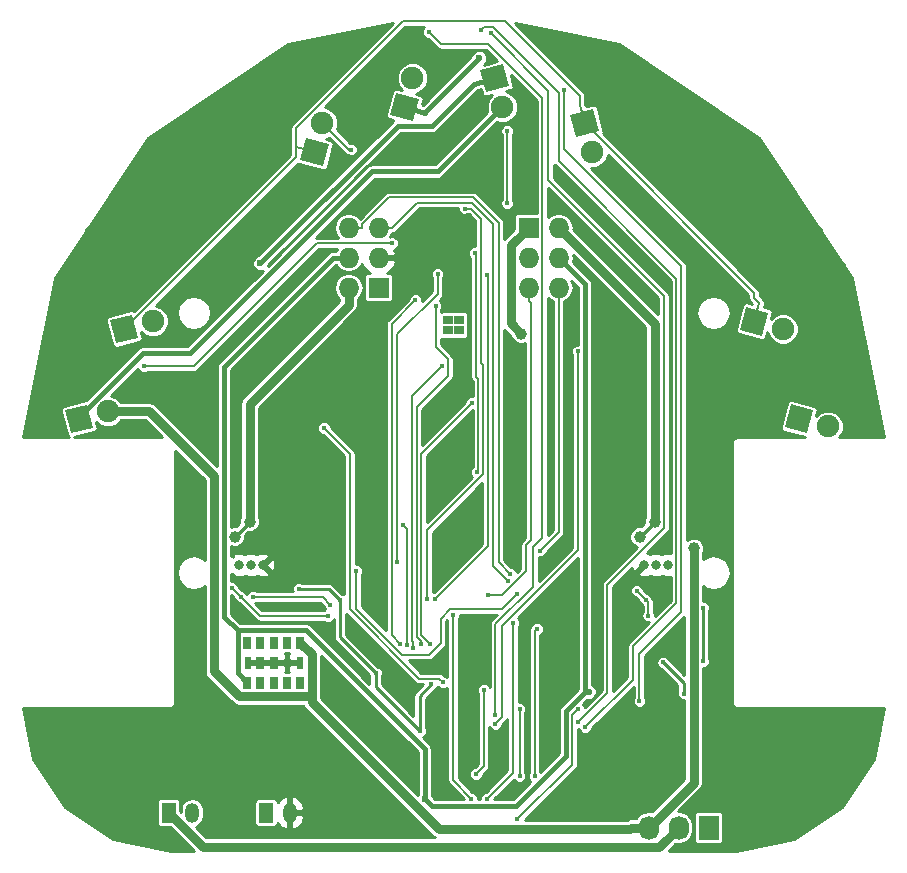
<source format=gbr>
G04 #@! TF.FileFunction,Copper,L2,Bot,Signal*
%FSLAX46Y46*%
G04 Gerber Fmt 4.6, Leading zero omitted, Abs format (unit mm)*
G04 Created by KiCad (PCBNEW 4.0.1-stable) date 2016/09/09 15:29:28*
%MOMM*%
G01*
G04 APERTURE LIST*
%ADD10C,0.100000*%
%ADD11R,1.727200X1.727200*%
%ADD12O,1.727200X1.727200*%
%ADD13R,1.727200X2.032000*%
%ADD14O,1.727200X2.032000*%
%ADD15C,1.900000*%
%ADD16R,0.875000X0.800000*%
%ADD17C,0.800000*%
%ADD18R,1.200000X1.700000*%
%ADD19O,1.200000X1.700000*%
%ADD20R,0.800000X1.100000*%
%ADD21R,0.700000X1.100000*%
%ADD22R,0.700000X1.000000*%
%ADD23R,0.600000X1.100000*%
%ADD24C,0.400000*%
%ADD25C,0.600000*%
%ADD26C,1.000000*%
%ADD27C,0.290000*%
%ADD28C,0.440000*%
%ADD29C,0.200000*%
%ADD30C,0.800000*%
%ADD31C,0.190000*%
%ADD32C,0.254000*%
G04 APERTURE END LIST*
D10*
D11*
X136650000Y-74870000D03*
D12*
X134110000Y-74870000D03*
X136650000Y-72330000D03*
X134110000Y-72330000D03*
X136650000Y-69790000D03*
X134110000Y-69790000D03*
D11*
X149350000Y-69790000D03*
D12*
X151890000Y-69790000D03*
X149350000Y-72330000D03*
X151890000Y-72330000D03*
X149350000Y-74870000D03*
X151890000Y-74870000D03*
D13*
X164590000Y-120590000D03*
D14*
X162050000Y-120590000D03*
X159510000Y-120590000D03*
D10*
G36*
X169102084Y-78928104D02*
X167266825Y-78436348D01*
X167784464Y-76504496D01*
X169619723Y-76996252D01*
X169102084Y-78928104D01*
X169102084Y-78928104D01*
G37*
D15*
X170896726Y-78373700D03*
D10*
G36*
X172912084Y-87183104D02*
X171076825Y-86691348D01*
X171594464Y-84759496D01*
X173429723Y-85251252D01*
X172912084Y-87183104D01*
X172912084Y-87183104D01*
G37*
D15*
X174706726Y-86628700D03*
D10*
G36*
X145761252Y-58309723D02*
X145269496Y-56474464D01*
X147201348Y-55956825D01*
X147693104Y-57792084D01*
X145761252Y-58309723D01*
X145761252Y-58309723D01*
G37*
D15*
X147138700Y-59586726D03*
D10*
G36*
X153381252Y-62119723D02*
X152889496Y-60284464D01*
X154821348Y-59766825D01*
X155313104Y-61602084D01*
X153381252Y-62119723D01*
X153381252Y-62119723D01*
G37*
D15*
X154758700Y-63396726D03*
D10*
G36*
X140073104Y-58927916D02*
X139581348Y-60763175D01*
X137649496Y-60245536D01*
X138141252Y-58410277D01*
X140073104Y-58927916D01*
X140073104Y-58927916D01*
G37*
D15*
X139518700Y-57133274D03*
D10*
G36*
X116279723Y-79093748D02*
X114444464Y-79585504D01*
X113926825Y-77653652D01*
X115762084Y-77161896D01*
X116279723Y-79093748D01*
X116279723Y-79093748D01*
G37*
D15*
X117556726Y-77716300D03*
D10*
G36*
X112469723Y-86713748D02*
X110634464Y-87205504D01*
X110116825Y-85273652D01*
X111952084Y-84781896D01*
X112469723Y-86713748D01*
X112469723Y-86713748D01*
G37*
D15*
X113746726Y-85336300D03*
D10*
G36*
X132453104Y-62737916D02*
X131961348Y-64573175D01*
X130029496Y-64055536D01*
X130521252Y-62220277D01*
X132453104Y-62737916D01*
X132453104Y-62737916D01*
G37*
D15*
X131898700Y-60943274D03*
D16*
X143435000Y-78445000D03*
X143435000Y-77645000D03*
X142565000Y-78445000D03*
X142565000Y-77645000D03*
D17*
X160145000Y-98365000D03*
X161145000Y-98365000D03*
X159145000Y-98365000D03*
D18*
X118870000Y-119320000D03*
D19*
X120870000Y-119320000D03*
D18*
X127125000Y-119320000D03*
D19*
X129125000Y-119320000D03*
D17*
X125855000Y-98365000D03*
X126855000Y-98365000D03*
X124855000Y-98365000D03*
D20*
X127760000Y-106620000D03*
D21*
X130010000Y-108320000D03*
D22*
X128910000Y-108320000D03*
D20*
X127760000Y-108320000D03*
D22*
X126610000Y-108320000D03*
D21*
X125510000Y-108320000D03*
D23*
X125560000Y-106620000D03*
D21*
X125510000Y-104920000D03*
D22*
X126610000Y-104920000D03*
D20*
X127760000Y-104920000D03*
D22*
X128910000Y-104920000D03*
D21*
X130010000Y-104920000D03*
D23*
X129960000Y-106620000D03*
D21*
X126610000Y-106620000D03*
D24*
X160761700Y-106609400D03*
X133393000Y-101317500D03*
X162485500Y-109241800D03*
X136408100Y-107497500D03*
X140134900Y-112393000D03*
X164129000Y-106513100D03*
X164129000Y-101964600D03*
X129915000Y-100381400D03*
X141109200Y-108466700D03*
D25*
X113000000Y-116000000D03*
X133000000Y-116000000D03*
X133000000Y-117000000D03*
X133000000Y-118000000D03*
X133000000Y-119000000D03*
X133000000Y-120000000D03*
X133000000Y-121000000D03*
X131000000Y-120000000D03*
X131000000Y-119000000D03*
X131000000Y-118219900D03*
X131000000Y-117000000D03*
X130000000Y-117000000D03*
X129000000Y-117000000D03*
X159000000Y-117000000D03*
X158000000Y-117000000D03*
X157000000Y-117000000D03*
X156000000Y-117000000D03*
X155000000Y-117000000D03*
X154000000Y-117000000D03*
X153000000Y-117000000D03*
X158000000Y-119000000D03*
X157000000Y-119000000D03*
X156000000Y-119000000D03*
X155000000Y-119000000D03*
X154000000Y-119000000D03*
X153000000Y-119000000D03*
X113155000Y-86935000D03*
X114425000Y-86935000D03*
X151255000Y-91380000D03*
X151255000Y-92650000D03*
X154430000Y-70425000D03*
X154430000Y-67885000D03*
X153795000Y-67250000D03*
X156335000Y-65345000D03*
X156335000Y-64710000D03*
X128000000Y-95000000D03*
X129000000Y-95000000D03*
X130000000Y-95000000D03*
X131000000Y-95000000D03*
X132000000Y-95000000D03*
X133000000Y-95000000D03*
X128000000Y-94000000D03*
X128000000Y-90000000D03*
X128000000Y-89000000D03*
X128000000Y-88000000D03*
X128000000Y-87000000D03*
X128000000Y-86000000D03*
X128000000Y-85000000D03*
X135000000Y-82000000D03*
X134000000Y-82000000D03*
X133000000Y-82000000D03*
X132000000Y-82000000D03*
X136000000Y-86000000D03*
X136000000Y-87000000D03*
X136000000Y-88000000D03*
X136000000Y-89000000D03*
X129000000Y-78000000D03*
X129000000Y-79000000D03*
X128000000Y-80000000D03*
X131000000Y-82000000D03*
X152500000Y-96500000D03*
X144000000Y-114500000D03*
X151000000Y-110500000D03*
X159500000Y-111000000D03*
X157000000Y-111000000D03*
X152500000Y-108500000D03*
X151000000Y-113500000D03*
X166000000Y-113000000D03*
X165000000Y-113000000D03*
X168500000Y-118000000D03*
X168500000Y-117000000D03*
X168500000Y-116000000D03*
X168500000Y-115000000D03*
X129000000Y-111000000D03*
X128000000Y-111000000D03*
X127000000Y-111000000D03*
X126000000Y-111000000D03*
X125000000Y-111000000D03*
X129500000Y-102000000D03*
X143500000Y-84000000D03*
X141250000Y-91000000D03*
X141000000Y-85000000D03*
X141000000Y-86000000D03*
X141000000Y-87000000D03*
X142250000Y-96500000D03*
X142250000Y-97250000D03*
X141500000Y-99750000D03*
X141250000Y-92000000D03*
X141250000Y-93000000D03*
X145250000Y-95000000D03*
X145250000Y-94000000D03*
X145250000Y-93000000D03*
X145250000Y-92000000D03*
X143750000Y-97250000D03*
X143750000Y-96500000D03*
X118000000Y-70000000D03*
X123000000Y-66000000D03*
X123000000Y-65000000D03*
X130000000Y-65000000D03*
X134000000Y-61000000D03*
X135000000Y-61000000D03*
X136000000Y-61000000D03*
X137000000Y-61000000D03*
X150000000Y-53000000D03*
X151000000Y-54000000D03*
X152000000Y-55000000D03*
X153000000Y-56000000D03*
X154000000Y-57000000D03*
X155000000Y-58000000D03*
X167000000Y-72000000D03*
X165000000Y-75000000D03*
X165000000Y-74000000D03*
X164000000Y-79000000D03*
X166000000Y-79000000D03*
X165000000Y-79000000D03*
X158000000Y-88000000D03*
X157000000Y-88000000D03*
X152500000Y-83000000D03*
X152500000Y-82000000D03*
X152500000Y-88000000D03*
X152500000Y-89000000D03*
X152500000Y-90000000D03*
X152500000Y-91000000D03*
X152500000Y-92000000D03*
X152500000Y-93000000D03*
X120000000Y-109000000D03*
X118000000Y-112000000D03*
X118000000Y-111000000D03*
X112000000Y-113000000D03*
X110000000Y-112000000D03*
X172000000Y-119000000D03*
X172000000Y-118000000D03*
X172000000Y-117000000D03*
X172000000Y-116000000D03*
X139000000Y-121000000D03*
X138000000Y-121000000D03*
X137000000Y-121000000D03*
X127000000Y-121000000D03*
X126000000Y-121000000D03*
X125000000Y-121000000D03*
X124000000Y-121000000D03*
X128000000Y-121000000D03*
X129000000Y-121000000D03*
X132000000Y-121000000D03*
X131000000Y-121000000D03*
X130000000Y-121000000D03*
X133000000Y-115000000D03*
X132000000Y-115000000D03*
X131000000Y-115000000D03*
X130000000Y-115000000D03*
X129000000Y-115000000D03*
X128000000Y-115000000D03*
X127000000Y-115000000D03*
X126000000Y-115000000D03*
X125000000Y-115000000D03*
X124000000Y-115000000D03*
X123000000Y-115000000D03*
X122000000Y-115000000D03*
X121000000Y-115000000D03*
X120000000Y-115000000D03*
X116000000Y-115000000D03*
X115000000Y-115000000D03*
X116000000Y-121000000D03*
X116000000Y-120000000D03*
X162000000Y-66000000D03*
X162000000Y-65000000D03*
X162000000Y-64000000D03*
X162000000Y-63000000D03*
X143060650Y-70060650D03*
X142000000Y-71000000D03*
X158000000Y-79000000D03*
X157000000Y-79000000D03*
X156000000Y-79000000D03*
X155000000Y-79000000D03*
X159000000Y-82000000D03*
X158000000Y-82000000D03*
X157000000Y-82000000D03*
X156000000Y-82000000D03*
X155000000Y-82000000D03*
X158000000Y-104000000D03*
X160000000Y-108000000D03*
X151000000Y-106000000D03*
X145000000Y-103000000D03*
X142000000Y-118000000D03*
X142000000Y-114000000D03*
X142000000Y-113000000D03*
X142000000Y-109000000D03*
X144000000Y-110000000D03*
X144000000Y-108000000D03*
X145000000Y-108000000D03*
X145000000Y-106000000D03*
X144000000Y-106000000D03*
X142000000Y-106000000D03*
X139000000Y-115000000D03*
X132000000Y-104000000D03*
X136000000Y-105000000D03*
X135000000Y-104000000D03*
X135000000Y-110000000D03*
X136000000Y-111000000D03*
X135000000Y-112000000D03*
X134000000Y-111000000D03*
X125000000Y-103000000D03*
X121000000Y-106000000D03*
X120000000Y-106000000D03*
X121000000Y-101000000D03*
X121000000Y-102000000D03*
X121000000Y-103000000D03*
X158000000Y-94000000D03*
X157000000Y-94000000D03*
X156000000Y-94000000D03*
X155000000Y-94000000D03*
X148000000Y-94000000D03*
X148000000Y-83000000D03*
X148000000Y-84000000D03*
X148000000Y-85000000D03*
X148000000Y-86000000D03*
X148000000Y-87000000D03*
X148000000Y-88000000D03*
X148000000Y-89000000D03*
X148000000Y-90000000D03*
X148000000Y-91000000D03*
X148000000Y-92000000D03*
X148000000Y-93000000D03*
X153000000Y-106000000D03*
X152000000Y-101000000D03*
X151000000Y-102000000D03*
X150000000Y-102000000D03*
D24*
X154904500Y-107206100D03*
X155000000Y-106000000D03*
D25*
X166000000Y-101000000D03*
X166000000Y-102000000D03*
X166000000Y-109000000D03*
X166000000Y-108000000D03*
X177000000Y-111000000D03*
X177000000Y-112000000D03*
X177000000Y-113000000D03*
X177000000Y-114000000D03*
X177000000Y-115000000D03*
X177000000Y-116000000D03*
X165000000Y-118000000D03*
X165000000Y-117000000D03*
X165000000Y-116000000D03*
X165000000Y-115000000D03*
X121000000Y-87000000D03*
X121000000Y-86000000D03*
X121000000Y-85000000D03*
X121000000Y-84000000D03*
X121000000Y-83000000D03*
X121000000Y-91000000D03*
X121000000Y-92000000D03*
X121000000Y-93000000D03*
X121000000Y-94000000D03*
X121000000Y-95000000D03*
X121000000Y-96000000D03*
X121000000Y-97000000D03*
X121000000Y-79000000D03*
X165000000Y-96000000D03*
X165000000Y-95000000D03*
X165000000Y-94000000D03*
X165000000Y-93000000D03*
X165000000Y-92000000D03*
X165000000Y-91000000D03*
X165000000Y-90000000D03*
X165000000Y-89000000D03*
X165000000Y-88000000D03*
X165000000Y-87000000D03*
X165000000Y-86000000D03*
X165000000Y-85000000D03*
X165000000Y-84000000D03*
X165000000Y-83000000D03*
X165000000Y-82000000D03*
X170000000Y-83000000D03*
X170000000Y-84000000D03*
X170000000Y-85000000D03*
X170000000Y-86000000D03*
X170000000Y-87000000D03*
X178000000Y-87000000D03*
X178000000Y-86000000D03*
X178000000Y-85000000D03*
X176000000Y-75000000D03*
X176000000Y-74000000D03*
X176000000Y-73000000D03*
X149000000Y-60000000D03*
X149000000Y-61000000D03*
X149000000Y-63500000D03*
X158000000Y-56000000D03*
X159000000Y-57000000D03*
X165000000Y-61000000D03*
X166000000Y-62000000D03*
X167000000Y-63000000D03*
X168000000Y-64000000D03*
X169000000Y-65000000D03*
X170000000Y-66000000D03*
X171000000Y-67000000D03*
X168000000Y-71000000D03*
X146000000Y-63000000D03*
X146000000Y-64000000D03*
X140000000Y-64000000D03*
X140000000Y-63000000D03*
X143000000Y-55000000D03*
X127000000Y-57000000D03*
X128000000Y-56000000D03*
X136000000Y-54000000D03*
X108000000Y-85000000D03*
X108000000Y-84000000D03*
X121000000Y-61000000D03*
X120000000Y-62000000D03*
X119000000Y-63000000D03*
X118000000Y-64000000D03*
X117000000Y-65000000D03*
X116000000Y-66000000D03*
X115000000Y-67000000D03*
X111000000Y-74000000D03*
X111000000Y-75000000D03*
X140000000Y-55000000D03*
X138000000Y-56000000D03*
X115000000Y-81000000D03*
X108000000Y-87000000D03*
X108000000Y-86000000D03*
X144292900Y-75180900D03*
X144279800Y-68841500D03*
X143878300Y-81202900D03*
D24*
X144494900Y-118133400D03*
X142945400Y-102581900D03*
D26*
X163328500Y-96932300D03*
D25*
X140575700Y-118190100D03*
X154432100Y-109084700D03*
D24*
X147555000Y-61616300D03*
X147555000Y-67738900D03*
X143938100Y-68173500D03*
X140769500Y-101227300D03*
X134355900Y-63178200D03*
X141650000Y-73688100D03*
X138250600Y-98071200D03*
X137774700Y-71121800D03*
X116797500Y-81530900D03*
X145827300Y-73843000D03*
X141411400Y-101227300D03*
X144831800Y-71963900D03*
X144982000Y-90485400D03*
X146538500Y-111093800D03*
X140906600Y-53226600D03*
X154161900Y-112092100D03*
X145339400Y-53073600D03*
X153557300Y-111632400D03*
X146130300Y-53322700D03*
D26*
X125728000Y-94682000D03*
X124458000Y-95952000D03*
D24*
X147596400Y-99683000D03*
X147791100Y-99082600D03*
D26*
X148713600Y-78758400D03*
X160018000Y-94682000D03*
X158748000Y-95952000D03*
D24*
X145918400Y-100880000D03*
X150332400Y-97136700D03*
X149867100Y-116233900D03*
X150063100Y-103749700D03*
X148404700Y-119887300D03*
X153551800Y-110583200D03*
X145824800Y-118141700D03*
X148041000Y-103280600D03*
X148590000Y-116228600D03*
X148590000Y-110567700D03*
X144893900Y-116066500D03*
X145548900Y-108939400D03*
X134778900Y-98856100D03*
X148407000Y-100784900D03*
X146546800Y-111810900D03*
X153514700Y-80269600D03*
X142085400Y-108297400D03*
X132021000Y-86758600D03*
X126028500Y-101062800D03*
X132577700Y-101718100D03*
X124966000Y-101032000D03*
X124204000Y-100270000D03*
X132349400Y-102663800D03*
X159256000Y-101286000D03*
X158494000Y-100524000D03*
X159493400Y-102634100D03*
X139769000Y-75892800D03*
X138464200Y-105036800D03*
X138761100Y-94949800D03*
X139080600Y-105088000D03*
X142050600Y-81475400D03*
X139606800Y-105410800D03*
X141479300Y-76403200D03*
X140253600Y-105040000D03*
X144567600Y-84635000D03*
X141026900Y-105036800D03*
D25*
X145164500Y-55450200D03*
X126650700Y-72797300D03*
D24*
X158736200Y-109889900D03*
X152388900Y-58134700D03*
D27*
X136408100Y-108666200D02*
X136408100Y-107497500D01*
X140134900Y-112393000D02*
X136408100Y-108666200D01*
X133393000Y-104482400D02*
X133393000Y-101317500D01*
X136408100Y-107497500D02*
X133393000Y-104482400D01*
X132456900Y-100381400D02*
X129915000Y-100381400D01*
X133393000Y-101317500D02*
X132456900Y-100381400D01*
X162485500Y-108333200D02*
X162485500Y-109241800D01*
X160761700Y-106609400D02*
X162485500Y-108333200D01*
X164129000Y-106513100D02*
X164129000Y-101964600D01*
X140134900Y-109441000D02*
X141109200Y-108466700D01*
X140134900Y-112393000D02*
X140134900Y-109441000D01*
D28*
X131000000Y-117000000D02*
X133000000Y-115000000D01*
X133000000Y-116000000D02*
X133000000Y-115000000D01*
X133000000Y-117000000D02*
X133000000Y-118000000D01*
X133000000Y-119000000D02*
X133000000Y-120000000D01*
X129125000Y-119320000D02*
X129125000Y-117125000D01*
X131000000Y-118219900D02*
X131000000Y-119000000D01*
X130000000Y-117000000D02*
X131000000Y-117000000D01*
X129125000Y-117125000D02*
X129000000Y-117000000D01*
X159000000Y-117000000D02*
X158000000Y-117000000D01*
X157000000Y-117000000D02*
X156000000Y-117000000D01*
X155000000Y-117000000D02*
X154000000Y-117000000D01*
X157000000Y-119000000D02*
X158000000Y-119000000D01*
X155000000Y-119000000D02*
X156000000Y-119000000D01*
X153000000Y-119000000D02*
X154000000Y-119000000D01*
X114425000Y-86935000D02*
X113155000Y-86935000D01*
X151255000Y-92650000D02*
X151255000Y-91380000D01*
X153795000Y-67250000D02*
X154430000Y-67885000D01*
X156335000Y-64710000D02*
X156335000Y-65345000D01*
X128000000Y-95000000D02*
X129000000Y-95000000D01*
X130000000Y-95000000D02*
X131000000Y-95000000D01*
X131000000Y-82000000D02*
X128000000Y-85000000D01*
X128000000Y-90000000D02*
X128000000Y-94000000D01*
X128000000Y-88000000D02*
X128000000Y-89000000D01*
X128000000Y-86000000D02*
X128000000Y-87000000D01*
X132000000Y-82000000D02*
X131000000Y-82000000D01*
X135000000Y-85000000D02*
X135000000Y-82000000D01*
X134000000Y-82000000D02*
X133000000Y-82000000D01*
X136000000Y-87000000D02*
X136000000Y-86000000D01*
X136000000Y-89000000D02*
X136000000Y-88000000D01*
X136000000Y-86000000D02*
X135000000Y-85000000D01*
X128000000Y-80000000D02*
X129000000Y-79000000D01*
X144000000Y-110000000D02*
X144000000Y-114500000D01*
X151000000Y-113500000D02*
X151000000Y-110500000D01*
X152500000Y-109000000D02*
X151000000Y-110500000D01*
X159500000Y-111000000D02*
X157000000Y-111000000D01*
X152500000Y-108500000D02*
X152500000Y-109000000D01*
X165000000Y-115000000D02*
X165000000Y-113000000D01*
X166000000Y-113000000D02*
X167000000Y-113000000D01*
X165000000Y-115000000D02*
X168500000Y-115000000D01*
X168500000Y-116000000D02*
X168500000Y-117000000D01*
X127000000Y-111000000D02*
X128000000Y-111000000D01*
X125000000Y-111000000D02*
X126000000Y-111000000D01*
X141000000Y-87000000D02*
X141000000Y-86000000D01*
X142250000Y-97250000D02*
X142250000Y-99000000D01*
X142250000Y-96500000D02*
X142250000Y-97250000D01*
X142250000Y-99000000D02*
X141500000Y-99750000D01*
X141250000Y-93000000D02*
X141250000Y-92000000D01*
X145250000Y-94000000D02*
X145250000Y-95000000D01*
X145250000Y-92000000D02*
X145250000Y-93000000D01*
X143750000Y-97250000D02*
X143750000Y-96500000D01*
X118000000Y-70000000D02*
X122000000Y-66000000D01*
X122000000Y-66000000D02*
X123000000Y-66000000D01*
X138000000Y-56000000D02*
X136000000Y-58000000D01*
X136000000Y-61000000D02*
X135000000Y-61000000D01*
X136000000Y-60000000D02*
X137000000Y-61000000D01*
X136000000Y-58000000D02*
X136000000Y-60000000D01*
X150000000Y-53000000D02*
X151000000Y-54000000D01*
X152000000Y-55000000D02*
X153000000Y-56000000D01*
X154000000Y-57000000D02*
X155000000Y-58000000D01*
X165000000Y-74000000D02*
X165000000Y-75000000D01*
X165000000Y-82000000D02*
X165000000Y-79000000D01*
X166000000Y-79000000D02*
X164000000Y-79000000D01*
X157000000Y-88000000D02*
X158000000Y-88000000D01*
X152500000Y-82000000D02*
X152500000Y-83000000D01*
X152500000Y-89000000D02*
X152500000Y-88000000D01*
X152500000Y-91000000D02*
X152500000Y-90000000D01*
X152500000Y-93000000D02*
X152500000Y-92000000D01*
X118000000Y-111000000D02*
X118000000Y-112000000D01*
X112000000Y-113000000D02*
X111000000Y-113000000D01*
X111000000Y-113000000D02*
X110000000Y-112000000D01*
X172000000Y-118000000D02*
X172000000Y-119000000D01*
X172000000Y-116000000D02*
X172000000Y-117000000D01*
X137000000Y-121000000D02*
X138000000Y-121000000D01*
X124000000Y-115000000D02*
X124000000Y-121000000D01*
X127000000Y-121000000D02*
X129000000Y-121000000D01*
X125000000Y-121000000D02*
X126000000Y-121000000D01*
X129000000Y-121000000D02*
X128000000Y-121000000D01*
X129000000Y-121000000D02*
X130000000Y-121000000D01*
X131000000Y-121000000D02*
X132000000Y-121000000D01*
X115000000Y-115000000D02*
X115000000Y-119000000D01*
X132000000Y-115000000D02*
X131000000Y-115000000D01*
X130000000Y-115000000D02*
X129000000Y-115000000D01*
X128000000Y-115000000D02*
X127000000Y-115000000D01*
X126000000Y-115000000D02*
X125000000Y-115000000D01*
X124000000Y-115000000D02*
X123000000Y-115000000D01*
X122000000Y-115000000D02*
X121000000Y-115000000D01*
X120000000Y-115000000D02*
X116000000Y-115000000D01*
X115000000Y-119000000D02*
X116000000Y-120000000D01*
X165000000Y-61000000D02*
X164000000Y-61000000D01*
X162000000Y-64000000D02*
X162000000Y-65000000D01*
X164000000Y-61000000D02*
X162000000Y-63000000D01*
X142000000Y-71000000D02*
X142121300Y-71000000D01*
X142121300Y-71000000D02*
X142000000Y-71000000D01*
X142000000Y-71000000D02*
X142000000Y-71121300D01*
X155000000Y-82000000D02*
X155000000Y-79000000D01*
X156000000Y-79000000D02*
X157000000Y-79000000D01*
X155000000Y-94000000D02*
X155000000Y-82000000D01*
X158000000Y-82000000D02*
X159000000Y-82000000D01*
X156000000Y-82000000D02*
X157000000Y-82000000D01*
X153000000Y-106000000D02*
X151000000Y-106000000D01*
X145000000Y-106000000D02*
X145000000Y-103000000D01*
X142000000Y-118000000D02*
X142000000Y-114000000D01*
X142000000Y-113000000D02*
X142000000Y-109000000D01*
X144000000Y-110000000D02*
X144000000Y-108000000D01*
X145000000Y-108000000D02*
X145000000Y-106000000D01*
X135000000Y-104000000D02*
X136000000Y-105000000D01*
X136000000Y-111000000D02*
X135000000Y-110000000D01*
X134000000Y-111000000D02*
X135000000Y-112000000D01*
X120000000Y-106000000D02*
X121000000Y-106000000D01*
X121000000Y-103000000D02*
X121000000Y-102000000D01*
X158000000Y-94000000D02*
X157000000Y-94000000D01*
X156000000Y-94000000D02*
X155000000Y-94000000D01*
X148000000Y-85000000D02*
X148000000Y-84000000D01*
X148000000Y-87000000D02*
X148000000Y-86000000D01*
X148000000Y-89000000D02*
X148000000Y-88000000D01*
X148000000Y-91000000D02*
X148000000Y-90000000D01*
X148000000Y-93000000D02*
X148000000Y-92000000D01*
X153000000Y-106000000D02*
X153000000Y-105000000D01*
X151000000Y-102000000D02*
X152000000Y-101000000D01*
X153000000Y-105000000D02*
X150000000Y-102000000D01*
D29*
X155000000Y-107110600D02*
X155000000Y-106000000D01*
X154904500Y-107206100D02*
X155000000Y-107110600D01*
D28*
X166000000Y-102000000D02*
X166000000Y-101000000D01*
X166000000Y-108000000D02*
X166000000Y-109000000D01*
X177000000Y-111000000D02*
X177000000Y-112000000D01*
X177000000Y-113000000D02*
X177000000Y-114000000D01*
X177000000Y-115000000D02*
X177000000Y-116000000D01*
X165000000Y-117000000D02*
X165000000Y-118000000D01*
X165000000Y-115000000D02*
X165000000Y-116000000D01*
X129125000Y-119320000D02*
X129680000Y-119320000D01*
X129125000Y-119320000D02*
X129125000Y-118875000D01*
X121000000Y-87000000D02*
X121000000Y-86000000D01*
X121000000Y-85000000D02*
X121000000Y-84000000D01*
X121000000Y-93000000D02*
X121000000Y-92000000D01*
X121000000Y-95000000D02*
X121000000Y-94000000D01*
X121000000Y-97000000D02*
X121000000Y-96000000D01*
X165000000Y-94000000D02*
X165000000Y-95000000D01*
X165000000Y-92000000D02*
X165000000Y-93000000D01*
X165000000Y-90000000D02*
X165000000Y-91000000D01*
X165000000Y-88000000D02*
X165000000Y-89000000D01*
X165000000Y-86000000D02*
X165000000Y-87000000D01*
X165000000Y-84000000D02*
X165000000Y-85000000D01*
X165000000Y-82000000D02*
X165000000Y-83000000D01*
X170000000Y-85000000D02*
X170000000Y-84000000D01*
X170000000Y-87000000D02*
X170000000Y-86000000D01*
X171000000Y-67000000D02*
X174000000Y-70000000D01*
X178000000Y-85000000D02*
X178000000Y-86000000D01*
X176000000Y-74000000D02*
X176000000Y-75000000D01*
X174000000Y-71000000D02*
X176000000Y-73000000D01*
X174000000Y-70000000D02*
X174000000Y-71000000D01*
X149000000Y-63500000D02*
X149000000Y-61000000D01*
X159000000Y-57000000D02*
X158000000Y-56000000D01*
X166000000Y-62000000D02*
X165000000Y-61000000D01*
X168000000Y-64000000D02*
X167000000Y-63000000D01*
X170000000Y-66000000D02*
X169000000Y-65000000D01*
X171000000Y-68000000D02*
X171000000Y-67000000D01*
X168000000Y-71000000D02*
X171000000Y-68000000D01*
X146000000Y-64000000D02*
X146000000Y-63000000D01*
X140000000Y-63000000D02*
X140000000Y-64000000D01*
X127000000Y-57000000D02*
X128000000Y-56000000D01*
X108000000Y-84000000D02*
X108000000Y-81000000D01*
X108000000Y-86000000D02*
X108000000Y-85000000D01*
X120000000Y-62000000D02*
X121000000Y-61000000D01*
X118000000Y-64000000D02*
X119000000Y-63000000D01*
X116000000Y-66000000D02*
X117000000Y-65000000D01*
X112000000Y-70000000D02*
X115000000Y-67000000D01*
X112000000Y-73000000D02*
X112000000Y-70000000D01*
X111000000Y-74000000D02*
X112000000Y-73000000D01*
X111000000Y-78000000D02*
X111000000Y-75000000D01*
X108000000Y-81000000D02*
X111000000Y-78000000D01*
X139000000Y-55000000D02*
X140000000Y-55000000D01*
X138000000Y-56000000D02*
X139000000Y-55000000D01*
X114000000Y-80000000D02*
X108000000Y-86000000D01*
X115000000Y-81000000D02*
X114000000Y-80000000D01*
X108000000Y-86000000D02*
X108000000Y-87000000D01*
X141443700Y-71677600D02*
X142000000Y-71121300D01*
X142000000Y-71121300D02*
X143060650Y-70060650D01*
X143060650Y-70060650D02*
X144279800Y-68841500D01*
X141443700Y-72330000D02*
X141443700Y-71677600D01*
X136650000Y-72330000D02*
X141443700Y-72330000D01*
X144292900Y-75179200D02*
X144292900Y-75180900D01*
X141443700Y-72330000D02*
X144292900Y-75179200D01*
X144292900Y-80788300D02*
X143878300Y-81202900D01*
X144292900Y-75180900D02*
X144292900Y-80788300D01*
D29*
X142945400Y-116583900D02*
X142945400Y-102581900D01*
X144494900Y-118133400D02*
X142945400Y-116583900D01*
D30*
X163328500Y-116771500D02*
X159510000Y-120590000D01*
X163328500Y-96932300D02*
X163328500Y-116771500D01*
X159510000Y-120590000D02*
X158046100Y-120590000D01*
X117235100Y-85336300D02*
X113746700Y-85336300D01*
X122715700Y-90816900D02*
X117235100Y-85336300D01*
X122715700Y-107337200D02*
X122715700Y-90816900D01*
X124863900Y-109485400D02*
X122715700Y-107337200D01*
X131003800Y-109485400D02*
X124863900Y-109485400D01*
X131003800Y-109955200D02*
X131003800Y-109485400D01*
X141755700Y-120707100D02*
X131003800Y-109955200D01*
X157929000Y-120707100D02*
X141755700Y-120707100D01*
X158046100Y-120590000D02*
X157929000Y-120707100D01*
X131003800Y-105913800D02*
X130010000Y-104920000D01*
X131003800Y-109485400D02*
X131003800Y-105913800D01*
D28*
X134110000Y-72330000D02*
X132826100Y-72330000D01*
X154140300Y-74580300D02*
X151890000Y-72330000D01*
X154140300Y-109084700D02*
X154140300Y-74580300D01*
X152499700Y-110725300D02*
X154140300Y-109084700D01*
X152499700Y-114547700D02*
X152499700Y-110725300D01*
X148245900Y-118801500D02*
X152499700Y-114547700D01*
X141187100Y-118801500D02*
X148245900Y-118801500D01*
X140575700Y-118190100D02*
X141187100Y-118801500D01*
X154140300Y-109084700D02*
X154432100Y-109084700D01*
X124708100Y-107518100D02*
X124708100Y-103894100D01*
X125510000Y-108320000D02*
X124708100Y-107518100D01*
X130510200Y-103894100D02*
X124708100Y-103894100D01*
X140575700Y-113959600D02*
X130510200Y-103894100D01*
X140575700Y-118190100D02*
X140575700Y-113959600D01*
X123536100Y-81620000D02*
X132826100Y-72330000D01*
X123536100Y-102722100D02*
X123536100Y-81620000D01*
X124708100Y-103894100D02*
X123536100Y-102722100D01*
D29*
X168443300Y-77716300D02*
X168866600Y-76136600D01*
X129661600Y-63815400D02*
X129661600Y-62973400D01*
X115103300Y-78373700D02*
X129661600Y-63815400D01*
X168443300Y-75285300D02*
X154101300Y-60943300D01*
X168443300Y-75713400D02*
X168443300Y-75285300D01*
X168866500Y-76136600D02*
X168443300Y-75713400D01*
X168866600Y-76136600D02*
X168866500Y-76136600D01*
X154101300Y-60943300D02*
X153687500Y-59398900D01*
X129661700Y-62973500D02*
X129661600Y-62973400D01*
X131241300Y-63396700D02*
X129661700Y-62973500D01*
X129661600Y-62973400D02*
X129661700Y-62973500D01*
X129661600Y-61384200D02*
X129661600Y-62973400D01*
X138717900Y-52327900D02*
X129661600Y-61384200D01*
X147351000Y-52327900D02*
X138717900Y-52327900D01*
X153687500Y-58664400D02*
X147351000Y-52327900D01*
X153687500Y-59398900D02*
X153687500Y-58664400D01*
X147555000Y-67738900D02*
X147555000Y-61616300D01*
X144460800Y-68173500D02*
X143938100Y-68173500D01*
X145334100Y-69046800D02*
X144460800Y-68173500D01*
X145334100Y-72954900D02*
X145334100Y-69046800D01*
X145327000Y-72962000D02*
X145334100Y-72954900D01*
X145327000Y-81240900D02*
X145327000Y-72962000D01*
X145499000Y-81412900D02*
X145327000Y-81240900D01*
X145499000Y-90676000D02*
X145499000Y-81412900D01*
X140769500Y-95405500D02*
X145499000Y-90676000D01*
X140769500Y-101227300D02*
X140769500Y-95405500D01*
X134133600Y-63178200D02*
X134355900Y-63178200D01*
X131898700Y-60943300D02*
X134133600Y-63178200D01*
X138250600Y-78792700D02*
X138250600Y-98071200D01*
X141650000Y-75393300D02*
X138250600Y-78792700D01*
X141650000Y-73688100D02*
X141650000Y-75393300D01*
X121006200Y-81530900D02*
X116797500Y-81530900D01*
X131415300Y-71121800D02*
X121006200Y-81530900D01*
X137774700Y-71121800D02*
X131415300Y-71121800D01*
X145899300Y-73915000D02*
X145827300Y-73843000D01*
X145899300Y-96739400D02*
X145899300Y-73915000D01*
X141411400Y-101227300D02*
X145899300Y-96739400D01*
X144911900Y-72044000D02*
X144831800Y-71963900D01*
X144911900Y-82430100D02*
X144911900Y-72044000D01*
X145098700Y-82616900D02*
X144911900Y-82430100D01*
X145098700Y-90368700D02*
X145098700Y-82616900D01*
X144982000Y-90485400D02*
X145098700Y-90368700D01*
X146538500Y-103378000D02*
X146538500Y-111093800D01*
X149725000Y-100191500D02*
X146538500Y-103378000D01*
X149725000Y-96836600D02*
X149725000Y-100191500D01*
X150514000Y-96047600D02*
X149725000Y-96836600D01*
X150514000Y-58837500D02*
X150514000Y-96047600D01*
X145932300Y-54255800D02*
X150514000Y-58837500D01*
X141935800Y-54255800D02*
X145932300Y-54255800D01*
X140906600Y-53226600D02*
X141935800Y-54255800D01*
X145592200Y-52820800D02*
X145339400Y-53073600D01*
X146353000Y-52820800D02*
X145592200Y-52820800D01*
X151888500Y-58356300D02*
X146353000Y-52820800D01*
X151888500Y-64175500D02*
X151888500Y-58356300D01*
X161853200Y-74140200D02*
X151888500Y-64175500D01*
X161853200Y-101602800D02*
X161853200Y-74140200D01*
X158200400Y-105255600D02*
X161853200Y-101602800D01*
X158200400Y-108053600D02*
X158200400Y-105255600D01*
X154161900Y-112092100D02*
X158200400Y-108053600D01*
X156030800Y-109158900D02*
X153557300Y-111632400D01*
X156030800Y-100047600D02*
X156030800Y-109158900D01*
X160823100Y-95255300D02*
X156030800Y-100047600D01*
X160823100Y-75562400D02*
X160823100Y-95255300D01*
X151037100Y-65776400D02*
X160823100Y-75562400D01*
X151037100Y-58229500D02*
X151037100Y-65776400D01*
X146130300Y-53322700D02*
X151037100Y-58229500D01*
D27*
X124458000Y-95952000D02*
X125728000Y-94682000D01*
D30*
X125728000Y-84715900D02*
X134110000Y-76333900D01*
X125728000Y-94682000D02*
X125728000Y-84715900D01*
X134110000Y-74870000D02*
X134110000Y-76333900D01*
D29*
X136650000Y-69790000D02*
X137813900Y-69790000D01*
X146327600Y-98414200D02*
X147596400Y-99683000D01*
X146327600Y-69474200D02*
X146327600Y-98414200D01*
X144524200Y-67670800D02*
X146327600Y-69474200D01*
X139933100Y-67670800D02*
X144524200Y-67670800D01*
X137813900Y-69790000D02*
X139933100Y-67670800D01*
X134110000Y-69790000D02*
X135273900Y-69790000D01*
X146810900Y-98102400D02*
X147791100Y-99082600D01*
X146810900Y-69391400D02*
X146810900Y-98102400D01*
X144639000Y-67219500D02*
X146810900Y-69391400D01*
X137573100Y-67219500D02*
X144639000Y-67219500D01*
X135273900Y-69518700D02*
X137573100Y-67219500D01*
X135273900Y-69790000D02*
X135273900Y-69518700D01*
D30*
X147856900Y-71283100D02*
X149350000Y-69790000D01*
X147856900Y-77901700D02*
X147856900Y-71283100D01*
X148713600Y-78758400D02*
X147856900Y-77901700D01*
D27*
X158748000Y-95952000D02*
X160018000Y-94682000D01*
D30*
X160018000Y-77918000D02*
X151890000Y-69790000D01*
X160018000Y-94682000D02*
X160018000Y-77918000D01*
D29*
X149350000Y-74870000D02*
X149350000Y-76033900D01*
X147130000Y-100880000D02*
X145918400Y-100880000D01*
X149124700Y-98885300D02*
X147130000Y-100880000D01*
X149124700Y-96670500D02*
X149124700Y-98885300D01*
X149524900Y-96270300D02*
X149124700Y-96670500D01*
X149524900Y-76208800D02*
X149524900Y-96270300D01*
X149350000Y-76033900D02*
X149524900Y-76208800D01*
X151890000Y-95579100D02*
X150332400Y-97136700D01*
X151890000Y-74870000D02*
X151890000Y-95579100D01*
D30*
X160433600Y-122206400D02*
X162050000Y-120590000D01*
X121756400Y-122206400D02*
X160433600Y-122206400D01*
X118870000Y-119320000D02*
X121756400Y-122206400D01*
D29*
X149867100Y-103945700D02*
X149867100Y-116233900D01*
X150063100Y-103749700D02*
X149867100Y-103945700D01*
X153045000Y-111090000D02*
X153551800Y-110583200D01*
X153045000Y-115247000D02*
X153045000Y-111090000D01*
X148404700Y-119887300D02*
X153045000Y-115247000D01*
X148041000Y-115925500D02*
X145824800Y-118141700D01*
X148041000Y-103280600D02*
X148041000Y-115925500D01*
X148590000Y-116228600D02*
X148590000Y-110567700D01*
X145548900Y-115411500D02*
X145548900Y-108939400D01*
X144893900Y-116066500D02*
X145548900Y-115411500D01*
X134778900Y-102059300D02*
X134778900Y-98856100D01*
X138673100Y-105953500D02*
X134778900Y-102059300D01*
X140880300Y-105953500D02*
X138673100Y-105953500D01*
X141911800Y-104922000D02*
X140880300Y-105953500D01*
X141911800Y-102904600D02*
X141911800Y-104922000D01*
X142734800Y-102081600D02*
X141911800Y-102904600D01*
X147110300Y-102081600D02*
X142734800Y-102081600D01*
X148407000Y-100784900D02*
X147110300Y-102081600D01*
X153514700Y-97099300D02*
X153514700Y-80269600D01*
X147098200Y-103515800D02*
X153514700Y-97099300D01*
X147098200Y-111259500D02*
X147098200Y-103515800D01*
X146546800Y-111810900D02*
X147098200Y-111259500D01*
X134227600Y-88965200D02*
X132021000Y-86758600D01*
X134227600Y-102120900D02*
X134227600Y-88965200D01*
X140073000Y-107966300D02*
X134227600Y-102120900D01*
X141754300Y-107966300D02*
X140073000Y-107966300D01*
X142085400Y-108297400D02*
X141754300Y-107966300D01*
X131922400Y-101062800D02*
X132577700Y-101718100D01*
X126028500Y-101062800D02*
X131922400Y-101062800D01*
X124204000Y-100270000D02*
X124966000Y-101032000D01*
X126597800Y-102663800D02*
X132349400Y-102663800D01*
X124966000Y-101032000D02*
X126597800Y-102663800D01*
X158494000Y-100524000D02*
X159256000Y-101286000D01*
X159493400Y-101523400D02*
X159493400Y-102634100D01*
X159256000Y-101286000D02*
X159493400Y-101523400D01*
D31*
X137746800Y-77915000D02*
X139769000Y-75892800D01*
X137746800Y-104319400D02*
X137746800Y-77915000D01*
X138464200Y-105036800D02*
X137746800Y-104319400D01*
X139080600Y-95269300D02*
X138761100Y-94949800D01*
X139080600Y-105088000D02*
X139080600Y-95269300D01*
X139472000Y-84054000D02*
X142050600Y-81475400D01*
X139472000Y-104778800D02*
X139472000Y-84054000D01*
X139606800Y-104913600D02*
X139472000Y-104778800D01*
X139606800Y-105410800D02*
X139606800Y-104913600D01*
X140253600Y-104827700D02*
X140253600Y-105040000D01*
X139863800Y-104437900D02*
X140253600Y-104827700D01*
X139863800Y-85020300D02*
X139863800Y-104437900D01*
X142554800Y-82329300D02*
X139863800Y-85020300D01*
X142554800Y-80954900D02*
X142554800Y-82329300D01*
X141479300Y-79879400D02*
X142554800Y-80954900D01*
X141479300Y-76403200D02*
X141479300Y-79879400D01*
X140263900Y-104273800D02*
X141026900Y-105036800D01*
X140263900Y-88938700D02*
X140263900Y-104273800D01*
X144567600Y-84635000D02*
X140263900Y-88938700D01*
D28*
X140587900Y-60026800D02*
X145164500Y-55450200D01*
X140587900Y-60049300D02*
X140587900Y-60026800D01*
X138861300Y-59586700D02*
X140587900Y-60049300D01*
X141692600Y-65032800D02*
X147138700Y-59586700D01*
X136128400Y-65032800D02*
X141692600Y-65032800D01*
X120722200Y-80439000D02*
X136128400Y-65032800D01*
X116701500Y-80439000D02*
X120722200Y-80439000D01*
X111293300Y-85847200D02*
X116701500Y-80439000D01*
X111293300Y-85993700D02*
X111293300Y-85847200D01*
X138264500Y-61183500D02*
X126650700Y-72797300D01*
X141167200Y-61183500D02*
X138264500Y-61183500D01*
X144754700Y-57596000D02*
X141167200Y-61183500D01*
X144754700Y-57595900D02*
X144754700Y-57596000D01*
X146481300Y-57133300D02*
X144754700Y-57595900D01*
D29*
X152388900Y-63135900D02*
X152388900Y-58134700D01*
X162286500Y-73033500D02*
X152388900Y-63135900D01*
X162286500Y-102301700D02*
X162286500Y-73033500D01*
X158736200Y-105852000D02*
X162286500Y-102301700D01*
X158736200Y-109889900D02*
X158736200Y-105852000D01*
D32*
G36*
X156981365Y-54245999D02*
X168834193Y-62165807D01*
X176754001Y-74018635D01*
X179444363Y-87544000D01*
X175673790Y-87544000D01*
X175834435Y-87383635D01*
X176037495Y-86894614D01*
X176037957Y-86365109D01*
X175835751Y-85875734D01*
X175461661Y-85500991D01*
X174972640Y-85297931D01*
X174443135Y-85297469D01*
X173953760Y-85499675D01*
X173696517Y-85756469D01*
X173804950Y-85351794D01*
X173815832Y-85208539D01*
X173768794Y-85061686D01*
X173668328Y-84944704D01*
X173530265Y-84876025D01*
X171695006Y-84384269D01*
X171551751Y-84373387D01*
X171404898Y-84420425D01*
X171287916Y-84520891D01*
X171219237Y-84658954D01*
X170701598Y-86590806D01*
X170690716Y-86734061D01*
X170737754Y-86880914D01*
X170838220Y-86997896D01*
X170976283Y-87066575D01*
X172758058Y-87544000D01*
X167000000Y-87544000D01*
X166825496Y-87578711D01*
X166677559Y-87677559D01*
X166578711Y-87825496D01*
X166544000Y-88000000D01*
X166544000Y-110000000D01*
X166578711Y-110174504D01*
X166677559Y-110322441D01*
X166825496Y-110421289D01*
X167000000Y-110456000D01*
X179444363Y-110456000D01*
X178580892Y-114796963D01*
X175863630Y-118863630D01*
X171796963Y-121580892D01*
X166955089Y-122544000D01*
X161200500Y-122544000D01*
X161783201Y-121961299D01*
X162050000Y-122014369D01*
X162526288Y-121919629D01*
X162930065Y-121649834D01*
X163199860Y-121246057D01*
X163294600Y-120769769D01*
X163294600Y-120410231D01*
X163199860Y-119933943D01*
X162959354Y-119574000D01*
X163337936Y-119574000D01*
X163337936Y-121606000D01*
X163364503Y-121747190D01*
X163447946Y-121876865D01*
X163575266Y-121963859D01*
X163726400Y-121994464D01*
X165453600Y-121994464D01*
X165594790Y-121967897D01*
X165724465Y-121884454D01*
X165811459Y-121757134D01*
X165842064Y-121606000D01*
X165842064Y-119574000D01*
X165815497Y-119432810D01*
X165732054Y-119303135D01*
X165604734Y-119216141D01*
X165453600Y-119185536D01*
X163726400Y-119185536D01*
X163585210Y-119212103D01*
X163455535Y-119295546D01*
X163368541Y-119422866D01*
X163337936Y-119574000D01*
X162959354Y-119574000D01*
X162930065Y-119530166D01*
X162526288Y-119260371D01*
X162050000Y-119165631D01*
X162036106Y-119168395D01*
X163880750Y-117323751D01*
X164050050Y-117070376D01*
X164079162Y-116924018D01*
X164109500Y-116771500D01*
X164109500Y-107094082D01*
X164244061Y-107094200D01*
X164457680Y-107005935D01*
X164621260Y-106842640D01*
X164709898Y-106629175D01*
X164710100Y-106398039D01*
X164655000Y-106264686D01*
X164655000Y-102212885D01*
X164709898Y-102080675D01*
X164710100Y-101849539D01*
X164621835Y-101635920D01*
X164458540Y-101472340D01*
X164245075Y-101383702D01*
X164109500Y-101383584D01*
X164109500Y-100122456D01*
X164442813Y-100345169D01*
X165000000Y-100456000D01*
X165557187Y-100345169D01*
X166029547Y-100029547D01*
X166345169Y-99557187D01*
X166456000Y-99000000D01*
X166345169Y-98442813D01*
X166029547Y-97970453D01*
X165557187Y-97654831D01*
X165000000Y-97544000D01*
X164442813Y-97654831D01*
X164109500Y-97877544D01*
X164109500Y-97348769D01*
X164209347Y-97108311D01*
X164209653Y-96757827D01*
X164075811Y-96433905D01*
X163828198Y-96185860D01*
X163504511Y-96051453D01*
X163154027Y-96051147D01*
X162830105Y-96184989D01*
X162767500Y-96247485D01*
X162767500Y-77000000D01*
X163544000Y-77000000D01*
X163654831Y-77557187D01*
X163970453Y-78029547D01*
X164442813Y-78345169D01*
X165000000Y-78456000D01*
X165557187Y-78345169D01*
X166029547Y-78029547D01*
X166345169Y-77557187D01*
X166456000Y-77000000D01*
X166345169Y-76442813D01*
X166029547Y-75970453D01*
X165557187Y-75654831D01*
X165000000Y-75544000D01*
X164442813Y-75654831D01*
X163970453Y-75970453D01*
X163654831Y-76442813D01*
X163544000Y-77000000D01*
X162767500Y-77000000D01*
X162767500Y-73033500D01*
X162730886Y-72849429D01*
X162626618Y-72693382D01*
X154660878Y-64727642D01*
X155022291Y-64727957D01*
X155511666Y-64525751D01*
X155886409Y-64151661D01*
X156089469Y-63662640D01*
X156089513Y-63611749D01*
X167962300Y-75484536D01*
X167962300Y-75713400D01*
X167997985Y-75892800D01*
X167998914Y-75897471D01*
X168103182Y-76053518D01*
X168286518Y-76236854D01*
X167885006Y-76129269D01*
X167741751Y-76118387D01*
X167594898Y-76165425D01*
X167477916Y-76265891D01*
X167409237Y-76403954D01*
X166891598Y-78335806D01*
X166880716Y-78479061D01*
X166927754Y-78625914D01*
X167028220Y-78742896D01*
X167166283Y-78811575D01*
X169001542Y-79303331D01*
X169144797Y-79314213D01*
X169291650Y-79267175D01*
X169408632Y-79166709D01*
X169477311Y-79028646D01*
X169575613Y-78661778D01*
X169767701Y-79126666D01*
X170141791Y-79501409D01*
X170630812Y-79704469D01*
X171160317Y-79704931D01*
X171649692Y-79502725D01*
X172024435Y-79128635D01*
X172227495Y-78639614D01*
X172227957Y-78110109D01*
X172025751Y-77620734D01*
X171651661Y-77245991D01*
X171162640Y-77042931D01*
X170633135Y-77042469D01*
X170143760Y-77244675D01*
X169886517Y-77501469D01*
X169994950Y-77096794D01*
X170005832Y-76953539D01*
X169958794Y-76806686D01*
X169858328Y-76689704D01*
X169720265Y-76621025D01*
X169267286Y-76499650D01*
X169331209Y-76261098D01*
X169335325Y-76198310D01*
X169347600Y-76136600D01*
X169341410Y-76105483D01*
X169343486Y-76073823D01*
X169323261Y-76014240D01*
X169310986Y-75952529D01*
X169293359Y-75926149D01*
X169283161Y-75896105D01*
X169241674Y-75848797D01*
X169206718Y-75796482D01*
X169206417Y-75796281D01*
X168924300Y-75514164D01*
X168924300Y-75285300D01*
X168887686Y-75101229D01*
X168783418Y-74945182D01*
X155643178Y-61804942D01*
X155646808Y-61800945D01*
X155697885Y-61655448D01*
X155688331Y-61501542D01*
X155196575Y-59666283D01*
X155134371Y-59536780D01*
X155020209Y-59433121D01*
X154874712Y-59382044D01*
X154720806Y-59391598D01*
X154219500Y-59525923D01*
X154168500Y-59335578D01*
X154168500Y-58664400D01*
X154131886Y-58480329D01*
X154087279Y-58413570D01*
X154027618Y-58324281D01*
X148203263Y-52499927D01*
X156981365Y-54245999D01*
X156981365Y-54245999D01*
G37*
X156981365Y-54245999D02*
X168834193Y-62165807D01*
X176754001Y-74018635D01*
X179444363Y-87544000D01*
X175673790Y-87544000D01*
X175834435Y-87383635D01*
X176037495Y-86894614D01*
X176037957Y-86365109D01*
X175835751Y-85875734D01*
X175461661Y-85500991D01*
X174972640Y-85297931D01*
X174443135Y-85297469D01*
X173953760Y-85499675D01*
X173696517Y-85756469D01*
X173804950Y-85351794D01*
X173815832Y-85208539D01*
X173768794Y-85061686D01*
X173668328Y-84944704D01*
X173530265Y-84876025D01*
X171695006Y-84384269D01*
X171551751Y-84373387D01*
X171404898Y-84420425D01*
X171287916Y-84520891D01*
X171219237Y-84658954D01*
X170701598Y-86590806D01*
X170690716Y-86734061D01*
X170737754Y-86880914D01*
X170838220Y-86997896D01*
X170976283Y-87066575D01*
X172758058Y-87544000D01*
X167000000Y-87544000D01*
X166825496Y-87578711D01*
X166677559Y-87677559D01*
X166578711Y-87825496D01*
X166544000Y-88000000D01*
X166544000Y-110000000D01*
X166578711Y-110174504D01*
X166677559Y-110322441D01*
X166825496Y-110421289D01*
X167000000Y-110456000D01*
X179444363Y-110456000D01*
X178580892Y-114796963D01*
X175863630Y-118863630D01*
X171796963Y-121580892D01*
X166955089Y-122544000D01*
X161200500Y-122544000D01*
X161783201Y-121961299D01*
X162050000Y-122014369D01*
X162526288Y-121919629D01*
X162930065Y-121649834D01*
X163199860Y-121246057D01*
X163294600Y-120769769D01*
X163294600Y-120410231D01*
X163199860Y-119933943D01*
X162959354Y-119574000D01*
X163337936Y-119574000D01*
X163337936Y-121606000D01*
X163364503Y-121747190D01*
X163447946Y-121876865D01*
X163575266Y-121963859D01*
X163726400Y-121994464D01*
X165453600Y-121994464D01*
X165594790Y-121967897D01*
X165724465Y-121884454D01*
X165811459Y-121757134D01*
X165842064Y-121606000D01*
X165842064Y-119574000D01*
X165815497Y-119432810D01*
X165732054Y-119303135D01*
X165604734Y-119216141D01*
X165453600Y-119185536D01*
X163726400Y-119185536D01*
X163585210Y-119212103D01*
X163455535Y-119295546D01*
X163368541Y-119422866D01*
X163337936Y-119574000D01*
X162959354Y-119574000D01*
X162930065Y-119530166D01*
X162526288Y-119260371D01*
X162050000Y-119165631D01*
X162036106Y-119168395D01*
X163880750Y-117323751D01*
X164050050Y-117070376D01*
X164079162Y-116924018D01*
X164109500Y-116771500D01*
X164109500Y-107094082D01*
X164244061Y-107094200D01*
X164457680Y-107005935D01*
X164621260Y-106842640D01*
X164709898Y-106629175D01*
X164710100Y-106398039D01*
X164655000Y-106264686D01*
X164655000Y-102212885D01*
X164709898Y-102080675D01*
X164710100Y-101849539D01*
X164621835Y-101635920D01*
X164458540Y-101472340D01*
X164245075Y-101383702D01*
X164109500Y-101383584D01*
X164109500Y-100122456D01*
X164442813Y-100345169D01*
X165000000Y-100456000D01*
X165557187Y-100345169D01*
X166029547Y-100029547D01*
X166345169Y-99557187D01*
X166456000Y-99000000D01*
X166345169Y-98442813D01*
X166029547Y-97970453D01*
X165557187Y-97654831D01*
X165000000Y-97544000D01*
X164442813Y-97654831D01*
X164109500Y-97877544D01*
X164109500Y-97348769D01*
X164209347Y-97108311D01*
X164209653Y-96757827D01*
X164075811Y-96433905D01*
X163828198Y-96185860D01*
X163504511Y-96051453D01*
X163154027Y-96051147D01*
X162830105Y-96184989D01*
X162767500Y-96247485D01*
X162767500Y-77000000D01*
X163544000Y-77000000D01*
X163654831Y-77557187D01*
X163970453Y-78029547D01*
X164442813Y-78345169D01*
X165000000Y-78456000D01*
X165557187Y-78345169D01*
X166029547Y-78029547D01*
X166345169Y-77557187D01*
X166456000Y-77000000D01*
X166345169Y-76442813D01*
X166029547Y-75970453D01*
X165557187Y-75654831D01*
X165000000Y-75544000D01*
X164442813Y-75654831D01*
X163970453Y-75970453D01*
X163654831Y-76442813D01*
X163544000Y-77000000D01*
X162767500Y-77000000D01*
X162767500Y-73033500D01*
X162730886Y-72849429D01*
X162626618Y-72693382D01*
X154660878Y-64727642D01*
X155022291Y-64727957D01*
X155511666Y-64525751D01*
X155886409Y-64151661D01*
X156089469Y-63662640D01*
X156089513Y-63611749D01*
X167962300Y-75484536D01*
X167962300Y-75713400D01*
X167997985Y-75892800D01*
X167998914Y-75897471D01*
X168103182Y-76053518D01*
X168286518Y-76236854D01*
X167885006Y-76129269D01*
X167741751Y-76118387D01*
X167594898Y-76165425D01*
X167477916Y-76265891D01*
X167409237Y-76403954D01*
X166891598Y-78335806D01*
X166880716Y-78479061D01*
X166927754Y-78625914D01*
X167028220Y-78742896D01*
X167166283Y-78811575D01*
X169001542Y-79303331D01*
X169144797Y-79314213D01*
X169291650Y-79267175D01*
X169408632Y-79166709D01*
X169477311Y-79028646D01*
X169575613Y-78661778D01*
X169767701Y-79126666D01*
X170141791Y-79501409D01*
X170630812Y-79704469D01*
X171160317Y-79704931D01*
X171649692Y-79502725D01*
X172024435Y-79128635D01*
X172227495Y-78639614D01*
X172227957Y-78110109D01*
X172025751Y-77620734D01*
X171651661Y-77245991D01*
X171162640Y-77042931D01*
X170633135Y-77042469D01*
X170143760Y-77244675D01*
X169886517Y-77501469D01*
X169994950Y-77096794D01*
X170005832Y-76953539D01*
X169958794Y-76806686D01*
X169858328Y-76689704D01*
X169720265Y-76621025D01*
X169267286Y-76499650D01*
X169331209Y-76261098D01*
X169335325Y-76198310D01*
X169347600Y-76136600D01*
X169341410Y-76105483D01*
X169343486Y-76073823D01*
X169323261Y-76014240D01*
X169310986Y-75952529D01*
X169293359Y-75926149D01*
X169283161Y-75896105D01*
X169241674Y-75848797D01*
X169206718Y-75796482D01*
X169206417Y-75796281D01*
X168924300Y-75514164D01*
X168924300Y-75285300D01*
X168887686Y-75101229D01*
X168783418Y-74945182D01*
X155643178Y-61804942D01*
X155646808Y-61800945D01*
X155697885Y-61655448D01*
X155688331Y-61501542D01*
X155196575Y-59666283D01*
X155134371Y-59536780D01*
X155020209Y-59433121D01*
X154874712Y-59382044D01*
X154720806Y-59391598D01*
X154219500Y-59525923D01*
X154168500Y-59335578D01*
X154168500Y-58664400D01*
X154131886Y-58480329D01*
X154087279Y-58413570D01*
X154027618Y-58324281D01*
X148203263Y-52499927D01*
X156981365Y-54245999D01*
G36*
X121934700Y-91140401D02*
X121934700Y-97907078D01*
X121557187Y-97654831D01*
X121000000Y-97544000D01*
X120442813Y-97654831D01*
X119970453Y-97970453D01*
X119654831Y-98442813D01*
X119544000Y-99000000D01*
X119654831Y-99557187D01*
X119970453Y-100029547D01*
X120442813Y-100345169D01*
X121000000Y-100456000D01*
X121557187Y-100345169D01*
X121934700Y-100092922D01*
X121934700Y-107337200D01*
X121981524Y-107572601D01*
X121994150Y-107636076D01*
X122163450Y-107889450D01*
X124311650Y-110037651D01*
X124441330Y-110124300D01*
X124565024Y-110206950D01*
X124863900Y-110266400D01*
X130290485Y-110266400D01*
X130451550Y-110507450D01*
X141203450Y-121259351D01*
X141451960Y-121425400D01*
X122079900Y-121425400D01*
X121169953Y-120515453D01*
X121245412Y-120500443D01*
X121563672Y-120287789D01*
X121776326Y-119969529D01*
X121851000Y-119594117D01*
X121851000Y-119045883D01*
X121776326Y-118670471D01*
X121642376Y-118470000D01*
X126136536Y-118470000D01*
X126136536Y-120170000D01*
X126163103Y-120311190D01*
X126246546Y-120440865D01*
X126373866Y-120527859D01*
X126525000Y-120558464D01*
X127725000Y-120558464D01*
X127866190Y-120531897D01*
X127995865Y-120448454D01*
X128082859Y-120321134D01*
X128098983Y-120241510D01*
X128295875Y-120501933D01*
X128715624Y-120748286D01*
X128807391Y-120763462D01*
X128998000Y-120638731D01*
X128998000Y-119447000D01*
X129252000Y-119447000D01*
X129252000Y-120638731D01*
X129442609Y-120763462D01*
X129534376Y-120748286D01*
X129954125Y-120501933D01*
X130247647Y-120113701D01*
X130370256Y-119642696D01*
X130207547Y-119447000D01*
X129252000Y-119447000D01*
X128998000Y-119447000D01*
X128978000Y-119447000D01*
X128978000Y-119193000D01*
X128998000Y-119193000D01*
X128998000Y-118001269D01*
X129252000Y-118001269D01*
X129252000Y-119193000D01*
X130207547Y-119193000D01*
X130370256Y-118997304D01*
X130247647Y-118526299D01*
X129954125Y-118138067D01*
X129534376Y-117891714D01*
X129442609Y-117876538D01*
X129252000Y-118001269D01*
X128998000Y-118001269D01*
X128807391Y-117876538D01*
X128715624Y-117891714D01*
X128295875Y-118138067D01*
X128099804Y-118397404D01*
X128086897Y-118328810D01*
X128003454Y-118199135D01*
X127876134Y-118112141D01*
X127725000Y-118081536D01*
X126525000Y-118081536D01*
X126383810Y-118108103D01*
X126254135Y-118191546D01*
X126167141Y-118318866D01*
X126136536Y-118470000D01*
X121642376Y-118470000D01*
X121563672Y-118352211D01*
X121245412Y-118139557D01*
X120870000Y-118064883D01*
X120494588Y-118139557D01*
X120176328Y-118352211D01*
X119963674Y-118670471D01*
X119889000Y-119045883D01*
X119889000Y-119234500D01*
X119858464Y-119203964D01*
X119858464Y-118470000D01*
X119831897Y-118328810D01*
X119748454Y-118199135D01*
X119621134Y-118112141D01*
X119470000Y-118081536D01*
X118270000Y-118081536D01*
X118128810Y-118108103D01*
X117999135Y-118191546D01*
X117912141Y-118318866D01*
X117881536Y-118470000D01*
X117881536Y-120170000D01*
X117908103Y-120311190D01*
X117991546Y-120440865D01*
X118118866Y-120527859D01*
X118270000Y-120558464D01*
X119003964Y-120558464D01*
X120989500Y-122544000D01*
X119044911Y-122544000D01*
X114203037Y-121580892D01*
X110136370Y-118863630D01*
X107419108Y-114796963D01*
X106555637Y-110456000D01*
X119000000Y-110456000D01*
X119174504Y-110421289D01*
X119322441Y-110322441D01*
X119421289Y-110174504D01*
X119456000Y-110000000D01*
X119456000Y-88661701D01*
X121934700Y-91140401D01*
X121934700Y-91140401D01*
G37*
X121934700Y-91140401D02*
X121934700Y-97907078D01*
X121557187Y-97654831D01*
X121000000Y-97544000D01*
X120442813Y-97654831D01*
X119970453Y-97970453D01*
X119654831Y-98442813D01*
X119544000Y-99000000D01*
X119654831Y-99557187D01*
X119970453Y-100029547D01*
X120442813Y-100345169D01*
X121000000Y-100456000D01*
X121557187Y-100345169D01*
X121934700Y-100092922D01*
X121934700Y-107337200D01*
X121981524Y-107572601D01*
X121994150Y-107636076D01*
X122163450Y-107889450D01*
X124311650Y-110037651D01*
X124441330Y-110124300D01*
X124565024Y-110206950D01*
X124863900Y-110266400D01*
X130290485Y-110266400D01*
X130451550Y-110507450D01*
X141203450Y-121259351D01*
X141451960Y-121425400D01*
X122079900Y-121425400D01*
X121169953Y-120515453D01*
X121245412Y-120500443D01*
X121563672Y-120287789D01*
X121776326Y-119969529D01*
X121851000Y-119594117D01*
X121851000Y-119045883D01*
X121776326Y-118670471D01*
X121642376Y-118470000D01*
X126136536Y-118470000D01*
X126136536Y-120170000D01*
X126163103Y-120311190D01*
X126246546Y-120440865D01*
X126373866Y-120527859D01*
X126525000Y-120558464D01*
X127725000Y-120558464D01*
X127866190Y-120531897D01*
X127995865Y-120448454D01*
X128082859Y-120321134D01*
X128098983Y-120241510D01*
X128295875Y-120501933D01*
X128715624Y-120748286D01*
X128807391Y-120763462D01*
X128998000Y-120638731D01*
X128998000Y-119447000D01*
X129252000Y-119447000D01*
X129252000Y-120638731D01*
X129442609Y-120763462D01*
X129534376Y-120748286D01*
X129954125Y-120501933D01*
X130247647Y-120113701D01*
X130370256Y-119642696D01*
X130207547Y-119447000D01*
X129252000Y-119447000D01*
X128998000Y-119447000D01*
X128978000Y-119447000D01*
X128978000Y-119193000D01*
X128998000Y-119193000D01*
X128998000Y-118001269D01*
X129252000Y-118001269D01*
X129252000Y-119193000D01*
X130207547Y-119193000D01*
X130370256Y-118997304D01*
X130247647Y-118526299D01*
X129954125Y-118138067D01*
X129534376Y-117891714D01*
X129442609Y-117876538D01*
X129252000Y-118001269D01*
X128998000Y-118001269D01*
X128807391Y-117876538D01*
X128715624Y-117891714D01*
X128295875Y-118138067D01*
X128099804Y-118397404D01*
X128086897Y-118328810D01*
X128003454Y-118199135D01*
X127876134Y-118112141D01*
X127725000Y-118081536D01*
X126525000Y-118081536D01*
X126383810Y-118108103D01*
X126254135Y-118191546D01*
X126167141Y-118318866D01*
X126136536Y-118470000D01*
X121642376Y-118470000D01*
X121563672Y-118352211D01*
X121245412Y-118139557D01*
X120870000Y-118064883D01*
X120494588Y-118139557D01*
X120176328Y-118352211D01*
X119963674Y-118670471D01*
X119889000Y-119045883D01*
X119889000Y-119234500D01*
X119858464Y-119203964D01*
X119858464Y-118470000D01*
X119831897Y-118328810D01*
X119748454Y-118199135D01*
X119621134Y-118112141D01*
X119470000Y-118081536D01*
X118270000Y-118081536D01*
X118128810Y-118108103D01*
X117999135Y-118191546D01*
X117912141Y-118318866D01*
X117881536Y-118470000D01*
X117881536Y-120170000D01*
X117908103Y-120311190D01*
X117991546Y-120440865D01*
X118118866Y-120527859D01*
X118270000Y-120558464D01*
X119003964Y-120558464D01*
X120989500Y-122544000D01*
X119044911Y-122544000D01*
X114203037Y-121580892D01*
X110136370Y-118863630D01*
X107419108Y-114796963D01*
X106555637Y-110456000D01*
X119000000Y-110456000D01*
X119174504Y-110421289D01*
X119322441Y-110322441D01*
X119421289Y-110174504D01*
X119456000Y-110000000D01*
X119456000Y-88661701D01*
X121934700Y-91140401D01*
G36*
X162547500Y-107651324D02*
X161309203Y-106413027D01*
X161254535Y-106280720D01*
X161091240Y-106117140D01*
X160877775Y-106028502D01*
X160646639Y-106028300D01*
X160433020Y-106116565D01*
X160269440Y-106279860D01*
X160180802Y-106493325D01*
X160180600Y-106724461D01*
X160268865Y-106938080D01*
X160432160Y-107101660D01*
X160565417Y-107156993D01*
X161959500Y-108551076D01*
X161959500Y-108993515D01*
X161904602Y-109125725D01*
X161904400Y-109356861D01*
X161992665Y-109570480D01*
X162155960Y-109734060D01*
X162369425Y-109822698D01*
X162547500Y-109822854D01*
X162547500Y-116447999D01*
X159776799Y-119218701D01*
X159510000Y-119165631D01*
X159033712Y-119260371D01*
X158629935Y-119530166D01*
X158443624Y-119809000D01*
X158046100Y-119809000D01*
X157747224Y-119868450D01*
X157660945Y-119926100D01*
X149046136Y-119926100D01*
X153385118Y-115587118D01*
X153489386Y-115431071D01*
X153504709Y-115354035D01*
X153526000Y-115247000D01*
X153526000Y-112213372D01*
X153583387Y-112213422D01*
X153669065Y-112420780D01*
X153832360Y-112584360D01*
X154045825Y-112672998D01*
X154276961Y-112673200D01*
X154490580Y-112584935D01*
X154654160Y-112421640D01*
X154742798Y-112208175D01*
X154742813Y-112191423D01*
X158255200Y-108679037D01*
X158255200Y-109549120D01*
X158243940Y-109560360D01*
X158155302Y-109773825D01*
X158155100Y-110004961D01*
X158243365Y-110218580D01*
X158406660Y-110382160D01*
X158620125Y-110470798D01*
X158851261Y-110471000D01*
X159064880Y-110382735D01*
X159228460Y-110219440D01*
X159317098Y-110005975D01*
X159317300Y-109774839D01*
X159229035Y-109561220D01*
X159217200Y-109549364D01*
X159217200Y-106051236D01*
X162547500Y-102720937D01*
X162547500Y-107651324D01*
X162547500Y-107651324D01*
G37*
X162547500Y-107651324D02*
X161309203Y-106413027D01*
X161254535Y-106280720D01*
X161091240Y-106117140D01*
X160877775Y-106028502D01*
X160646639Y-106028300D01*
X160433020Y-106116565D01*
X160269440Y-106279860D01*
X160180802Y-106493325D01*
X160180600Y-106724461D01*
X160268865Y-106938080D01*
X160432160Y-107101660D01*
X160565417Y-107156993D01*
X161959500Y-108551076D01*
X161959500Y-108993515D01*
X161904602Y-109125725D01*
X161904400Y-109356861D01*
X161992665Y-109570480D01*
X162155960Y-109734060D01*
X162369425Y-109822698D01*
X162547500Y-109822854D01*
X162547500Y-116447999D01*
X159776799Y-119218701D01*
X159510000Y-119165631D01*
X159033712Y-119260371D01*
X158629935Y-119530166D01*
X158443624Y-119809000D01*
X158046100Y-119809000D01*
X157747224Y-119868450D01*
X157660945Y-119926100D01*
X149046136Y-119926100D01*
X153385118Y-115587118D01*
X153489386Y-115431071D01*
X153504709Y-115354035D01*
X153526000Y-115247000D01*
X153526000Y-112213372D01*
X153583387Y-112213422D01*
X153669065Y-112420780D01*
X153832360Y-112584360D01*
X154045825Y-112672998D01*
X154276961Y-112673200D01*
X154490580Y-112584935D01*
X154654160Y-112421640D01*
X154742798Y-112208175D01*
X154742813Y-112191423D01*
X158255200Y-108679037D01*
X158255200Y-109549120D01*
X158243940Y-109560360D01*
X158155302Y-109773825D01*
X158155100Y-110004961D01*
X158243365Y-110218580D01*
X158406660Y-110382160D01*
X158620125Y-110470798D01*
X158851261Y-110471000D01*
X159064880Y-110382735D01*
X159228460Y-110219440D01*
X159317098Y-110005975D01*
X159317300Y-109774839D01*
X159229035Y-109561220D01*
X159217200Y-109549364D01*
X159217200Y-106051236D01*
X162547500Y-102720937D01*
X162547500Y-107651324D01*
G36*
X153539300Y-108835758D02*
X152074729Y-110300329D01*
X151944448Y-110495307D01*
X151898700Y-110725300D01*
X151898700Y-114298758D01*
X150348100Y-115849358D01*
X150348100Y-104260583D01*
X150391780Y-104242535D01*
X150555360Y-104079240D01*
X150643998Y-103865775D01*
X150644200Y-103634639D01*
X150555935Y-103421020D01*
X150392640Y-103257440D01*
X150179175Y-103168802D01*
X149948039Y-103168600D01*
X149734420Y-103256865D01*
X149570840Y-103420160D01*
X149482202Y-103633625D01*
X149482168Y-103672651D01*
X149422714Y-103761629D01*
X149386100Y-103945700D01*
X149386100Y-115893120D01*
X149374840Y-115904360D01*
X149286202Y-116117825D01*
X149286000Y-116348961D01*
X149374265Y-116562580D01*
X149504458Y-116693000D01*
X147996958Y-118200500D01*
X146446236Y-118200500D01*
X148094911Y-116551825D01*
X148097165Y-116557280D01*
X148260460Y-116720860D01*
X148473925Y-116809498D01*
X148705061Y-116809700D01*
X148918680Y-116721435D01*
X149082260Y-116558140D01*
X149170898Y-116344675D01*
X149171100Y-116113539D01*
X149082835Y-115899920D01*
X149071000Y-115888064D01*
X149071000Y-110908480D01*
X149082260Y-110897240D01*
X149170898Y-110683775D01*
X149171100Y-110452639D01*
X149082835Y-110239020D01*
X148919540Y-110075440D01*
X148706075Y-109986802D01*
X148522000Y-109986641D01*
X148522000Y-103621380D01*
X148533260Y-103610140D01*
X148621898Y-103396675D01*
X148622100Y-103165539D01*
X148533835Y-102951920D01*
X148438159Y-102856077D01*
X153539300Y-97754937D01*
X153539300Y-108835758D01*
X153539300Y-108835758D01*
G37*
X153539300Y-108835758D02*
X152074729Y-110300329D01*
X151944448Y-110495307D01*
X151898700Y-110725300D01*
X151898700Y-114298758D01*
X150348100Y-115849358D01*
X150348100Y-104260583D01*
X150391780Y-104242535D01*
X150555360Y-104079240D01*
X150643998Y-103865775D01*
X150644200Y-103634639D01*
X150555935Y-103421020D01*
X150392640Y-103257440D01*
X150179175Y-103168802D01*
X149948039Y-103168600D01*
X149734420Y-103256865D01*
X149570840Y-103420160D01*
X149482202Y-103633625D01*
X149482168Y-103672651D01*
X149422714Y-103761629D01*
X149386100Y-103945700D01*
X149386100Y-115893120D01*
X149374840Y-115904360D01*
X149286202Y-116117825D01*
X149286000Y-116348961D01*
X149374265Y-116562580D01*
X149504458Y-116693000D01*
X147996958Y-118200500D01*
X146446236Y-118200500D01*
X148094911Y-116551825D01*
X148097165Y-116557280D01*
X148260460Y-116720860D01*
X148473925Y-116809498D01*
X148705061Y-116809700D01*
X148918680Y-116721435D01*
X149082260Y-116558140D01*
X149170898Y-116344675D01*
X149171100Y-116113539D01*
X149082835Y-115899920D01*
X149071000Y-115888064D01*
X149071000Y-110908480D01*
X149082260Y-110897240D01*
X149170898Y-110683775D01*
X149171100Y-110452639D01*
X149082835Y-110239020D01*
X148919540Y-110075440D01*
X148706075Y-109986802D01*
X148522000Y-109986641D01*
X148522000Y-103621380D01*
X148533260Y-103610140D01*
X148621898Y-103396675D01*
X148622100Y-103165539D01*
X148533835Y-102951920D01*
X148438159Y-102856077D01*
X153539300Y-97754937D01*
X153539300Y-108835758D01*
G36*
X141755860Y-108789660D02*
X141969325Y-108878298D01*
X142200461Y-108878500D01*
X142414080Y-108790235D01*
X142464400Y-108740003D01*
X142464400Y-116583900D01*
X142492812Y-116726735D01*
X142501014Y-116767971D01*
X142605282Y-116924018D01*
X143881764Y-118200500D01*
X141436042Y-118200500D01*
X141232907Y-117997365D01*
X141176700Y-117861333D01*
X141176700Y-113959600D01*
X141130952Y-113729607D01*
X141000671Y-113534629D01*
X140384537Y-112918495D01*
X140463580Y-112885835D01*
X140627160Y-112722540D01*
X140715798Y-112509075D01*
X140716000Y-112277939D01*
X140660900Y-112144586D01*
X140660900Y-109658876D01*
X141305573Y-109014203D01*
X141437880Y-108959535D01*
X141601460Y-108796240D01*
X141648747Y-108682360D01*
X141755860Y-108789660D01*
X141755860Y-108789660D01*
G37*
X141755860Y-108789660D02*
X141969325Y-108878298D01*
X142200461Y-108878500D01*
X142414080Y-108790235D01*
X142464400Y-108740003D01*
X142464400Y-116583900D01*
X142492812Y-116726735D01*
X142501014Y-116767971D01*
X142605282Y-116924018D01*
X143881764Y-118200500D01*
X141436042Y-118200500D01*
X141232907Y-117997365D01*
X141176700Y-117861333D01*
X141176700Y-113959600D01*
X141130952Y-113729607D01*
X141000671Y-113534629D01*
X140384537Y-112918495D01*
X140463580Y-112885835D01*
X140627160Y-112722540D01*
X140715798Y-112509075D01*
X140716000Y-112277939D01*
X140660900Y-112144586D01*
X140660900Y-109658876D01*
X141305573Y-109014203D01*
X141437880Y-108959535D01*
X141601460Y-108796240D01*
X141648747Y-108682360D01*
X141755860Y-108789660D01*
G36*
X146198382Y-103037882D02*
X146094114Y-103193929D01*
X146057500Y-103378000D01*
X146057500Y-108648874D01*
X146041735Y-108610720D01*
X145878440Y-108447140D01*
X145664975Y-108358502D01*
X145433839Y-108358300D01*
X145220220Y-108446565D01*
X145056640Y-108609860D01*
X144968002Y-108823325D01*
X144967800Y-109054461D01*
X145056065Y-109268080D01*
X145067900Y-109279936D01*
X145067900Y-115212264D01*
X144794750Y-115485414D01*
X144778839Y-115485400D01*
X144565220Y-115573665D01*
X144401640Y-115736960D01*
X144313002Y-115950425D01*
X144312800Y-116181561D01*
X144401065Y-116395180D01*
X144564360Y-116558760D01*
X144777825Y-116647398D01*
X145008961Y-116647600D01*
X145222580Y-116559335D01*
X145386160Y-116396040D01*
X145474798Y-116182575D01*
X145474813Y-116165823D01*
X145889018Y-115751618D01*
X145898812Y-115736960D01*
X145993286Y-115595571D01*
X146029900Y-115411500D01*
X146029900Y-112081338D01*
X146053965Y-112139580D01*
X146217260Y-112303160D01*
X146430725Y-112391798D01*
X146661861Y-112392000D01*
X146875480Y-112303735D01*
X147039060Y-112140440D01*
X147127698Y-111926975D01*
X147127713Y-111910224D01*
X147438318Y-111599619D01*
X147542586Y-111443571D01*
X147546781Y-111422480D01*
X147560000Y-111356025D01*
X147560000Y-115726264D01*
X145725650Y-117560614D01*
X145709739Y-117560600D01*
X145496120Y-117648865D01*
X145332540Y-117812160D01*
X145243902Y-118025625D01*
X145243749Y-118200500D01*
X145075841Y-118200500D01*
X145076000Y-118018339D01*
X144987735Y-117804720D01*
X144824440Y-117641140D01*
X144610975Y-117552502D01*
X144594223Y-117552487D01*
X143426400Y-116384664D01*
X143426400Y-102922680D01*
X143437660Y-102911440D01*
X143526298Y-102697975D01*
X143526416Y-102562600D01*
X146673664Y-102562600D01*
X146198382Y-103037882D01*
X146198382Y-103037882D01*
G37*
X146198382Y-103037882D02*
X146094114Y-103193929D01*
X146057500Y-103378000D01*
X146057500Y-108648874D01*
X146041735Y-108610720D01*
X145878440Y-108447140D01*
X145664975Y-108358502D01*
X145433839Y-108358300D01*
X145220220Y-108446565D01*
X145056640Y-108609860D01*
X144968002Y-108823325D01*
X144967800Y-109054461D01*
X145056065Y-109268080D01*
X145067900Y-109279936D01*
X145067900Y-115212264D01*
X144794750Y-115485414D01*
X144778839Y-115485400D01*
X144565220Y-115573665D01*
X144401640Y-115736960D01*
X144313002Y-115950425D01*
X144312800Y-116181561D01*
X144401065Y-116395180D01*
X144564360Y-116558760D01*
X144777825Y-116647398D01*
X145008961Y-116647600D01*
X145222580Y-116559335D01*
X145386160Y-116396040D01*
X145474798Y-116182575D01*
X145474813Y-116165823D01*
X145889018Y-115751618D01*
X145898812Y-115736960D01*
X145993286Y-115595571D01*
X146029900Y-115411500D01*
X146029900Y-112081338D01*
X146053965Y-112139580D01*
X146217260Y-112303160D01*
X146430725Y-112391798D01*
X146661861Y-112392000D01*
X146875480Y-112303735D01*
X147039060Y-112140440D01*
X147127698Y-111926975D01*
X147127713Y-111910224D01*
X147438318Y-111599619D01*
X147542586Y-111443571D01*
X147546781Y-111422480D01*
X147560000Y-111356025D01*
X147560000Y-115726264D01*
X145725650Y-117560614D01*
X145709739Y-117560600D01*
X145496120Y-117648865D01*
X145332540Y-117812160D01*
X145243902Y-118025625D01*
X145243749Y-118200500D01*
X145075841Y-118200500D01*
X145076000Y-118018339D01*
X144987735Y-117804720D01*
X144824440Y-117641140D01*
X144610975Y-117552502D01*
X144594223Y-117552487D01*
X143426400Y-116384664D01*
X143426400Y-102922680D01*
X143437660Y-102911440D01*
X143526298Y-102697975D01*
X143526416Y-102562600D01*
X146673664Y-102562600D01*
X146198382Y-103037882D01*
G36*
X139974700Y-114208542D02*
X139974700Y-117821599D01*
X131784800Y-109631700D01*
X131784800Y-106018642D01*
X139974700Y-114208542D01*
X139974700Y-114208542D01*
G37*
X139974700Y-114208542D02*
X139974700Y-117821599D01*
X131784800Y-109631700D01*
X131784800Y-106018642D01*
X139974700Y-114208542D01*
G36*
X139732882Y-108306418D02*
X139888929Y-108410686D01*
X140073000Y-108447300D01*
X140384724Y-108447300D01*
X139762962Y-109069062D01*
X139648939Y-109239708D01*
X139635196Y-109308800D01*
X139608900Y-109441000D01*
X139608900Y-111123124D01*
X136934100Y-108448324D01*
X136934100Y-107745785D01*
X136988998Y-107613575D01*
X136989200Y-107382439D01*
X136900935Y-107168820D01*
X136737640Y-107005240D01*
X136604383Y-106949907D01*
X133919000Y-104264524D01*
X133919000Y-102492536D01*
X139732882Y-108306418D01*
X139732882Y-108306418D01*
G37*
X139732882Y-108306418D02*
X139888929Y-108410686D01*
X140073000Y-108447300D01*
X140384724Y-108447300D01*
X139762962Y-109069062D01*
X139648939Y-109239708D01*
X139635196Y-109308800D01*
X139608900Y-109441000D01*
X139608900Y-111123124D01*
X136934100Y-108448324D01*
X136934100Y-107745785D01*
X136988998Y-107613575D01*
X136989200Y-107382439D01*
X136900935Y-107168820D01*
X136737640Y-107005240D01*
X136604383Y-106949907D01*
X133919000Y-104264524D01*
X133919000Y-102492536D01*
X139732882Y-108306418D01*
G36*
X159237000Y-78241501D02*
X159237000Y-94265531D01*
X159137153Y-94505989D01*
X159136880Y-94819244D01*
X158885005Y-95071119D01*
X158573527Y-95070847D01*
X158249605Y-95204689D01*
X158001560Y-95452302D01*
X157867153Y-95775989D01*
X157866847Y-96126473D01*
X158000689Y-96450395D01*
X158248302Y-96698440D01*
X158567274Y-96830889D01*
X155690682Y-99707482D01*
X155586414Y-99863529D01*
X155549800Y-100047600D01*
X155549800Y-108959663D01*
X154106125Y-110403338D01*
X154044635Y-110254520D01*
X153932626Y-110142316D01*
X154309348Y-109765594D01*
X154566965Y-109765818D01*
X154817352Y-109662361D01*
X155009087Y-109470959D01*
X155112982Y-109220754D01*
X155113218Y-108949835D01*
X155009761Y-108699448D01*
X154818359Y-108507713D01*
X154741300Y-108475715D01*
X154741300Y-74580300D01*
X154695552Y-74350307D01*
X154565271Y-74155329D01*
X153089459Y-72679517D01*
X153158983Y-72330000D01*
X153117636Y-72122136D01*
X159237000Y-78241501D01*
X159237000Y-78241501D01*
G37*
X159237000Y-78241501D02*
X159237000Y-94265531D01*
X159137153Y-94505989D01*
X159136880Y-94819244D01*
X158885005Y-95071119D01*
X158573527Y-95070847D01*
X158249605Y-95204689D01*
X158001560Y-95452302D01*
X157867153Y-95775989D01*
X157866847Y-96126473D01*
X158000689Y-96450395D01*
X158248302Y-96698440D01*
X158567274Y-96830889D01*
X155690682Y-99707482D01*
X155586414Y-99863529D01*
X155549800Y-100047600D01*
X155549800Y-108959663D01*
X154106125Y-110403338D01*
X154044635Y-110254520D01*
X153932626Y-110142316D01*
X154309348Y-109765594D01*
X154566965Y-109765818D01*
X154817352Y-109662361D01*
X155009087Y-109470959D01*
X155112982Y-109220754D01*
X155113218Y-108949835D01*
X155009761Y-108699448D01*
X154818359Y-108507713D01*
X154741300Y-108475715D01*
X154741300Y-74580300D01*
X154695552Y-74350307D01*
X154565271Y-74155329D01*
X153089459Y-72679517D01*
X153158983Y-72330000D01*
X153117636Y-72122136D01*
X159237000Y-78241501D01*
G36*
X159096691Y-98243931D02*
X159123005Y-98566600D01*
X158607255Y-99082350D01*
X158631977Y-99287180D01*
X159023931Y-99413309D01*
X159434318Y-99379842D01*
X159646635Y-99291897D01*
X160023931Y-99413309D01*
X160434318Y-99379842D01*
X160646635Y-99291897D01*
X161023931Y-99413309D01*
X161372200Y-99384908D01*
X161372200Y-101403563D01*
X160074341Y-102701423D01*
X160074500Y-102519039D01*
X159986235Y-102305420D01*
X159974400Y-102293564D01*
X159974400Y-101523400D01*
X159937786Y-101339329D01*
X159923200Y-101317500D01*
X159837085Y-101188619D01*
X159837100Y-101170939D01*
X159748835Y-100957320D01*
X159585540Y-100793740D01*
X159372075Y-100705102D01*
X159355324Y-100705087D01*
X159075086Y-100424850D01*
X159075100Y-100408939D01*
X158986835Y-100195320D01*
X158823540Y-100031740D01*
X158610075Y-99943102D01*
X158378939Y-99942900D01*
X158165320Y-100031165D01*
X158001740Y-100194460D01*
X157913102Y-100407925D01*
X157912900Y-100639061D01*
X158001165Y-100852680D01*
X158164460Y-101016260D01*
X158377925Y-101104898D01*
X158394676Y-101104913D01*
X158674914Y-101385151D01*
X158674900Y-101401061D01*
X158763165Y-101614680D01*
X158926460Y-101778260D01*
X159012400Y-101813945D01*
X159012400Y-102293320D01*
X159001140Y-102304560D01*
X158912502Y-102518025D01*
X158912300Y-102749161D01*
X159000565Y-102962780D01*
X159163860Y-103126360D01*
X159377325Y-103214998D01*
X159560605Y-103215158D01*
X157860282Y-104915482D01*
X157756014Y-105071529D01*
X157719400Y-105255600D01*
X157719400Y-107854363D01*
X156511800Y-109061963D01*
X156511800Y-100246836D01*
X158128210Y-98630427D01*
X158130158Y-98654318D01*
X158222820Y-98878023D01*
X158427650Y-98902745D01*
X158965395Y-98365000D01*
X158951253Y-98350858D01*
X159114965Y-98187145D01*
X159096691Y-98243931D01*
X159096691Y-98243931D01*
G37*
X159096691Y-98243931D02*
X159123005Y-98566600D01*
X158607255Y-99082350D01*
X158631977Y-99287180D01*
X159023931Y-99413309D01*
X159434318Y-99379842D01*
X159646635Y-99291897D01*
X160023931Y-99413309D01*
X160434318Y-99379842D01*
X160646635Y-99291897D01*
X161023931Y-99413309D01*
X161372200Y-99384908D01*
X161372200Y-101403563D01*
X160074341Y-102701423D01*
X160074500Y-102519039D01*
X159986235Y-102305420D01*
X159974400Y-102293564D01*
X159974400Y-101523400D01*
X159937786Y-101339329D01*
X159923200Y-101317500D01*
X159837085Y-101188619D01*
X159837100Y-101170939D01*
X159748835Y-100957320D01*
X159585540Y-100793740D01*
X159372075Y-100705102D01*
X159355324Y-100705087D01*
X159075086Y-100424850D01*
X159075100Y-100408939D01*
X158986835Y-100195320D01*
X158823540Y-100031740D01*
X158610075Y-99943102D01*
X158378939Y-99942900D01*
X158165320Y-100031165D01*
X158001740Y-100194460D01*
X157913102Y-100407925D01*
X157912900Y-100639061D01*
X158001165Y-100852680D01*
X158164460Y-101016260D01*
X158377925Y-101104898D01*
X158394676Y-101104913D01*
X158674914Y-101385151D01*
X158674900Y-101401061D01*
X158763165Y-101614680D01*
X158926460Y-101778260D01*
X159012400Y-101813945D01*
X159012400Y-102293320D01*
X159001140Y-102304560D01*
X158912502Y-102518025D01*
X158912300Y-102749161D01*
X159000565Y-102962780D01*
X159163860Y-103126360D01*
X159377325Y-103214998D01*
X159560605Y-103215158D01*
X157860282Y-104915482D01*
X157756014Y-105071529D01*
X157719400Y-105255600D01*
X157719400Y-107854363D01*
X156511800Y-109061963D01*
X156511800Y-100246836D01*
X158128210Y-98630427D01*
X158130158Y-98654318D01*
X158222820Y-98878023D01*
X158427650Y-98902745D01*
X158965395Y-98365000D01*
X158951253Y-98350858D01*
X159114965Y-98187145D01*
X159096691Y-98243931D01*
G36*
X124384914Y-101131151D02*
X124384900Y-101147061D01*
X124473165Y-101360680D01*
X124636460Y-101524260D01*
X124849925Y-101612898D01*
X124866676Y-101612913D01*
X126257682Y-103003919D01*
X126308512Y-103037882D01*
X126413729Y-103108186D01*
X126597800Y-103144800D01*
X132008620Y-103144800D01*
X132019860Y-103156060D01*
X132233325Y-103244698D01*
X132464461Y-103244900D01*
X132678080Y-103156635D01*
X132841660Y-102993340D01*
X132867000Y-102932314D01*
X132867000Y-104482400D01*
X132907039Y-104683692D01*
X133021062Y-104854338D01*
X135860597Y-107693873D01*
X135882100Y-107745914D01*
X135882100Y-108416058D01*
X130935171Y-103469129D01*
X130740193Y-103338848D01*
X130510200Y-103293100D01*
X124957042Y-103293100D01*
X124137100Y-102473158D01*
X124137100Y-100883336D01*
X124384914Y-101131151D01*
X124384914Y-101131151D01*
G37*
X124384914Y-101131151D02*
X124384900Y-101147061D01*
X124473165Y-101360680D01*
X124636460Y-101524260D01*
X124849925Y-101612898D01*
X124866676Y-101612913D01*
X126257682Y-103003919D01*
X126308512Y-103037882D01*
X126413729Y-103108186D01*
X126597800Y-103144800D01*
X132008620Y-103144800D01*
X132019860Y-103156060D01*
X132233325Y-103244698D01*
X132464461Y-103244900D01*
X132678080Y-103156635D01*
X132841660Y-102993340D01*
X132867000Y-102932314D01*
X132867000Y-104482400D01*
X132907039Y-104683692D01*
X133021062Y-104854338D01*
X135860597Y-107693873D01*
X135882100Y-107745914D01*
X135882100Y-108416058D01*
X130935171Y-103469129D01*
X130740193Y-103338848D01*
X130510200Y-103293100D01*
X124957042Y-103293100D01*
X124137100Y-102473158D01*
X124137100Y-100883336D01*
X124384914Y-101131151D01*
G36*
X142464400Y-107854686D02*
X142414940Y-107805140D01*
X142201475Y-107716502D01*
X142184723Y-107716487D01*
X142094418Y-107626182D01*
X141938371Y-107521914D01*
X141754300Y-107485300D01*
X140272236Y-107485300D01*
X139221436Y-106434500D01*
X140880300Y-106434500D01*
X141064371Y-106397886D01*
X141220418Y-106293618D01*
X142251918Y-105262119D01*
X142356186Y-105106071D01*
X142358237Y-105095758D01*
X142392800Y-104922000D01*
X142392800Y-103103836D01*
X142464400Y-103032236D01*
X142464400Y-107854686D01*
X142464400Y-107854686D01*
G37*
X142464400Y-107854686D02*
X142414940Y-107805140D01*
X142201475Y-107716502D01*
X142184723Y-107716487D01*
X142094418Y-107626182D01*
X141938371Y-107521914D01*
X141754300Y-107485300D01*
X140272236Y-107485300D01*
X139221436Y-106434500D01*
X140880300Y-106434500D01*
X141064371Y-106397886D01*
X141220418Y-106293618D01*
X142251918Y-105262119D01*
X142356186Y-105106071D01*
X142358237Y-105095758D01*
X142392800Y-104922000D01*
X142392800Y-103103836D01*
X142464400Y-103032236D01*
X142464400Y-107854686D01*
G36*
X129025000Y-105943690D02*
X129025000Y-106334250D01*
X129183750Y-106493000D01*
X129833000Y-106493000D01*
X129833000Y-106473000D01*
X130087000Y-106473000D01*
X130087000Y-106493000D01*
X130107000Y-106493000D01*
X130107000Y-106747000D01*
X130087000Y-106747000D01*
X130087000Y-106767000D01*
X129833000Y-106767000D01*
X129833000Y-106747000D01*
X129183750Y-106747000D01*
X129025000Y-106905750D01*
X129025000Y-107296310D01*
X129081013Y-107431536D01*
X128738987Y-107431536D01*
X128795000Y-107296310D01*
X128795000Y-106905750D01*
X128636250Y-106747000D01*
X127887000Y-106747000D01*
X127887000Y-106767000D01*
X127633000Y-106767000D01*
X127633000Y-106747000D01*
X126737000Y-106747000D01*
X126737000Y-106767000D01*
X126483000Y-106767000D01*
X126483000Y-106747000D01*
X125687000Y-106747000D01*
X125687000Y-106767000D01*
X125433000Y-106767000D01*
X125433000Y-106747000D01*
X125413000Y-106747000D01*
X125413000Y-106493000D01*
X125433000Y-106493000D01*
X125433000Y-106473000D01*
X125687000Y-106473000D01*
X125687000Y-106493000D01*
X126483000Y-106493000D01*
X126483000Y-106473000D01*
X126737000Y-106473000D01*
X126737000Y-106493000D01*
X127633000Y-106493000D01*
X127633000Y-106473000D01*
X127887000Y-106473000D01*
X127887000Y-106493000D01*
X128636250Y-106493000D01*
X128795000Y-106334250D01*
X128795000Y-105943690D01*
X128738987Y-105808464D01*
X129081013Y-105808464D01*
X129025000Y-105943690D01*
X129025000Y-105943690D01*
G37*
X129025000Y-105943690D02*
X129025000Y-106334250D01*
X129183750Y-106493000D01*
X129833000Y-106493000D01*
X129833000Y-106473000D01*
X130087000Y-106473000D01*
X130087000Y-106493000D01*
X130107000Y-106493000D01*
X130107000Y-106747000D01*
X130087000Y-106747000D01*
X130087000Y-106767000D01*
X129833000Y-106767000D01*
X129833000Y-106747000D01*
X129183750Y-106747000D01*
X129025000Y-106905750D01*
X129025000Y-107296310D01*
X129081013Y-107431536D01*
X128738987Y-107431536D01*
X128795000Y-107296310D01*
X128795000Y-106905750D01*
X128636250Y-106747000D01*
X127887000Y-106747000D01*
X127887000Y-106767000D01*
X127633000Y-106767000D01*
X127633000Y-106747000D01*
X126737000Y-106747000D01*
X126737000Y-106767000D01*
X126483000Y-106767000D01*
X126483000Y-106747000D01*
X125687000Y-106747000D01*
X125687000Y-106767000D01*
X125433000Y-106767000D01*
X125433000Y-106747000D01*
X125413000Y-106747000D01*
X125413000Y-106493000D01*
X125433000Y-106493000D01*
X125433000Y-106473000D01*
X125687000Y-106473000D01*
X125687000Y-106493000D01*
X126483000Y-106493000D01*
X126483000Y-106473000D01*
X126737000Y-106473000D01*
X126737000Y-106493000D01*
X127633000Y-106493000D01*
X127633000Y-106473000D01*
X127887000Y-106473000D01*
X127887000Y-106493000D01*
X128636250Y-106493000D01*
X128795000Y-106334250D01*
X128795000Y-105943690D01*
X128738987Y-105808464D01*
X129081013Y-105808464D01*
X129025000Y-105943690D01*
G36*
X143357000Y-68288561D02*
X143445265Y-68502180D01*
X143608560Y-68665760D01*
X143822025Y-68754398D01*
X144053161Y-68754600D01*
X144266780Y-68666335D01*
X144270092Y-68663028D01*
X144853100Y-69246037D01*
X144853100Y-71382919D01*
X144716739Y-71382800D01*
X144503120Y-71471065D01*
X144339540Y-71634360D01*
X144250902Y-71847825D01*
X144250700Y-72078961D01*
X144338965Y-72292580D01*
X144430900Y-72384675D01*
X144430900Y-82430100D01*
X144467514Y-82614171D01*
X144571782Y-82770218D01*
X144617700Y-82816136D01*
X144617700Y-84054044D01*
X144452539Y-84053900D01*
X144238920Y-84142165D01*
X144075340Y-84305460D01*
X143986702Y-84518925D01*
X143986681Y-84542753D01*
X140339800Y-88189634D01*
X140339800Y-85217466D01*
X142891383Y-82665883D01*
X142994567Y-82511458D01*
X143030800Y-82329300D01*
X143030800Y-80954900D01*
X143012713Y-80863971D01*
X142994567Y-80772742D01*
X142891383Y-80618317D01*
X141955300Y-79682234D01*
X141955300Y-79188465D01*
X141976366Y-79202859D01*
X142127500Y-79233464D01*
X143872500Y-79233464D01*
X144013690Y-79206897D01*
X144143365Y-79123454D01*
X144230359Y-78996134D01*
X144260964Y-78845000D01*
X144260964Y-77245000D01*
X144234397Y-77103810D01*
X144150954Y-76974135D01*
X144023634Y-76887141D01*
X143872500Y-76856536D01*
X142127500Y-76856536D01*
X141986310Y-76883103D01*
X141955300Y-76903057D01*
X141955300Y-76748972D01*
X141971560Y-76732740D01*
X142060198Y-76519275D01*
X142060400Y-76288139D01*
X141972135Y-76074520D01*
X141810717Y-75912820D01*
X141990119Y-75733418D01*
X142094387Y-75577370D01*
X142131000Y-75393300D01*
X142131000Y-74028880D01*
X142142260Y-74017640D01*
X142230898Y-73804175D01*
X142231100Y-73573039D01*
X142142835Y-73359420D01*
X141979540Y-73195840D01*
X141766075Y-73107202D01*
X141534939Y-73107000D01*
X141321320Y-73195265D01*
X141157740Y-73358560D01*
X141069102Y-73572025D01*
X141068900Y-73803161D01*
X141157165Y-74016780D01*
X141169000Y-74028636D01*
X141169000Y-75194063D01*
X140346852Y-76016212D01*
X140349898Y-76008875D01*
X140350100Y-75777739D01*
X140261835Y-75564120D01*
X140098540Y-75400540D01*
X139885075Y-75311902D01*
X139653939Y-75311700D01*
X139440320Y-75399965D01*
X139276740Y-75563260D01*
X139188102Y-75776725D01*
X139188081Y-75800553D01*
X137410217Y-77578417D01*
X137307033Y-77732842D01*
X137273026Y-77903810D01*
X137270800Y-77915000D01*
X137270800Y-103870963D01*
X135259900Y-101860064D01*
X135259900Y-99196880D01*
X135271160Y-99185640D01*
X135359798Y-98972175D01*
X135360000Y-98741039D01*
X135271735Y-98527420D01*
X135108440Y-98363840D01*
X134894975Y-98275202D01*
X134708600Y-98275039D01*
X134708600Y-88965200D01*
X134671986Y-88781129D01*
X134630222Y-88718626D01*
X134567719Y-88625082D01*
X132602086Y-86659450D01*
X132602100Y-86643539D01*
X132513835Y-86429920D01*
X132350540Y-86266340D01*
X132137075Y-86177702D01*
X131905939Y-86177500D01*
X131692320Y-86265765D01*
X131528740Y-86429060D01*
X131440102Y-86642525D01*
X131439900Y-86873661D01*
X131528165Y-87087280D01*
X131691460Y-87250860D01*
X131904925Y-87339498D01*
X131921677Y-87339513D01*
X133746600Y-89164437D01*
X133746600Y-100849342D01*
X133722540Y-100825240D01*
X133589283Y-100769907D01*
X132828838Y-100009462D01*
X132658192Y-99895439D01*
X132456900Y-99855400D01*
X130163285Y-99855400D01*
X130031075Y-99800502D01*
X129799939Y-99800300D01*
X129586320Y-99888565D01*
X129422740Y-100051860D01*
X129334102Y-100265325D01*
X129333900Y-100496461D01*
X129369161Y-100581800D01*
X126369280Y-100581800D01*
X126358040Y-100570540D01*
X126144575Y-100481902D01*
X125913439Y-100481700D01*
X125699820Y-100569965D01*
X125536240Y-100733260D01*
X125503643Y-100811763D01*
X125458835Y-100703320D01*
X125295540Y-100539740D01*
X125082075Y-100451102D01*
X125065324Y-100451087D01*
X124785086Y-100170850D01*
X124785100Y-100154939D01*
X124696835Y-99941320D01*
X124533540Y-99777740D01*
X124320075Y-99689102D01*
X124137100Y-99688942D01*
X124137100Y-99135968D01*
X124200370Y-99199238D01*
X124317255Y-99082353D01*
X124341977Y-99287180D01*
X124733931Y-99413309D01*
X125144318Y-99379842D01*
X125356635Y-99291897D01*
X125733931Y-99413309D01*
X126144318Y-99379842D01*
X126356635Y-99291897D01*
X126733931Y-99413309D01*
X127144318Y-99379842D01*
X127368023Y-99287180D01*
X127392745Y-99082350D01*
X126877297Y-98566902D01*
X126903309Y-98486069D01*
X126893436Y-98365000D01*
X127034605Y-98365000D01*
X127572350Y-98902745D01*
X127777180Y-98878023D01*
X127903309Y-98486069D01*
X127869842Y-98075682D01*
X127777180Y-97851977D01*
X127572350Y-97827255D01*
X127034605Y-98365000D01*
X126893436Y-98365000D01*
X126876995Y-98163400D01*
X127392745Y-97647650D01*
X127368023Y-97442820D01*
X126976069Y-97316691D01*
X126565682Y-97350158D01*
X126353365Y-97438103D01*
X125976069Y-97316691D01*
X125565682Y-97350158D01*
X125353365Y-97438103D01*
X124976069Y-97316691D01*
X124565682Y-97350158D01*
X124341977Y-97442820D01*
X124317255Y-97647647D01*
X124200370Y-97530762D01*
X124137100Y-97594032D01*
X124137100Y-96772684D01*
X124281989Y-96832847D01*
X124632473Y-96833153D01*
X124956395Y-96699311D01*
X125204440Y-96451698D01*
X125338847Y-96128011D01*
X125339120Y-95814756D01*
X125590995Y-95562881D01*
X125902473Y-95563153D01*
X126226395Y-95429311D01*
X126474440Y-95181698D01*
X126608847Y-94858011D01*
X126609153Y-94507527D01*
X126509000Y-94265139D01*
X126509000Y-85039400D01*
X134662250Y-76886150D01*
X134831550Y-76632776D01*
X134840601Y-76587275D01*
X134891000Y-76333900D01*
X134891000Y-75832550D01*
X135014448Y-75750065D01*
X135284243Y-75346288D01*
X135378983Y-74870000D01*
X135284243Y-74393712D01*
X135014448Y-73989935D01*
X134610671Y-73720140D01*
X134134383Y-73625400D01*
X134085617Y-73625400D01*
X133609329Y-73720140D01*
X133205552Y-73989935D01*
X132935757Y-74393712D01*
X132841017Y-74870000D01*
X132935757Y-75346288D01*
X133205552Y-75750065D01*
X133329000Y-75832550D01*
X133329000Y-76010400D01*
X125175750Y-84163650D01*
X125006450Y-84417024D01*
X124947000Y-84715900D01*
X124947000Y-94265531D01*
X124847153Y-94505989D01*
X124846880Y-94819244D01*
X124595005Y-95071119D01*
X124283527Y-95070847D01*
X124137100Y-95131349D01*
X124137100Y-81868942D01*
X133041499Y-72964543D01*
X133205552Y-73210065D01*
X133609329Y-73479860D01*
X134085617Y-73574600D01*
X134134383Y-73574600D01*
X134610671Y-73479860D01*
X135014448Y-73210065D01*
X135259159Y-72843828D01*
X135367312Y-73104947D01*
X135761510Y-73536821D01*
X135934582Y-73617936D01*
X135786400Y-73617936D01*
X135645210Y-73644503D01*
X135515535Y-73727946D01*
X135428541Y-73855266D01*
X135397936Y-74006400D01*
X135397936Y-75733600D01*
X135424503Y-75874790D01*
X135507946Y-76004465D01*
X135635266Y-76091459D01*
X135786400Y-76122064D01*
X137513600Y-76122064D01*
X137654790Y-76095497D01*
X137784465Y-76012054D01*
X137871459Y-75884734D01*
X137902064Y-75733600D01*
X137902064Y-74006400D01*
X137875497Y-73865210D01*
X137792054Y-73735535D01*
X137664734Y-73648541D01*
X137513600Y-73617936D01*
X137365418Y-73617936D01*
X137538490Y-73536821D01*
X137932688Y-73104947D01*
X138104958Y-72689026D01*
X137983817Y-72457000D01*
X136777000Y-72457000D01*
X136777000Y-72477000D01*
X136523000Y-72477000D01*
X136523000Y-72457000D01*
X136503000Y-72457000D01*
X136503000Y-72203000D01*
X136523000Y-72203000D01*
X136523000Y-72183000D01*
X136777000Y-72183000D01*
X136777000Y-72203000D01*
X137983817Y-72203000D01*
X138104958Y-71970974D01*
X137978703Y-71666150D01*
X138103380Y-71614635D01*
X138266960Y-71451340D01*
X138355598Y-71237875D01*
X138355800Y-71006739D01*
X138267535Y-70793120D01*
X138104240Y-70629540D01*
X137890775Y-70540902D01*
X137659639Y-70540700D01*
X137633735Y-70551403D01*
X137822197Y-70269350D01*
X137997971Y-70234386D01*
X138154018Y-70130118D01*
X140132337Y-68151800D01*
X143357120Y-68151800D01*
X143357000Y-68288561D01*
X143357000Y-68288561D01*
G37*
X143357000Y-68288561D02*
X143445265Y-68502180D01*
X143608560Y-68665760D01*
X143822025Y-68754398D01*
X144053161Y-68754600D01*
X144266780Y-68666335D01*
X144270092Y-68663028D01*
X144853100Y-69246037D01*
X144853100Y-71382919D01*
X144716739Y-71382800D01*
X144503120Y-71471065D01*
X144339540Y-71634360D01*
X144250902Y-71847825D01*
X144250700Y-72078961D01*
X144338965Y-72292580D01*
X144430900Y-72384675D01*
X144430900Y-82430100D01*
X144467514Y-82614171D01*
X144571782Y-82770218D01*
X144617700Y-82816136D01*
X144617700Y-84054044D01*
X144452539Y-84053900D01*
X144238920Y-84142165D01*
X144075340Y-84305460D01*
X143986702Y-84518925D01*
X143986681Y-84542753D01*
X140339800Y-88189634D01*
X140339800Y-85217466D01*
X142891383Y-82665883D01*
X142994567Y-82511458D01*
X143030800Y-82329300D01*
X143030800Y-80954900D01*
X143012713Y-80863971D01*
X142994567Y-80772742D01*
X142891383Y-80618317D01*
X141955300Y-79682234D01*
X141955300Y-79188465D01*
X141976366Y-79202859D01*
X142127500Y-79233464D01*
X143872500Y-79233464D01*
X144013690Y-79206897D01*
X144143365Y-79123454D01*
X144230359Y-78996134D01*
X144260964Y-78845000D01*
X144260964Y-77245000D01*
X144234397Y-77103810D01*
X144150954Y-76974135D01*
X144023634Y-76887141D01*
X143872500Y-76856536D01*
X142127500Y-76856536D01*
X141986310Y-76883103D01*
X141955300Y-76903057D01*
X141955300Y-76748972D01*
X141971560Y-76732740D01*
X142060198Y-76519275D01*
X142060400Y-76288139D01*
X141972135Y-76074520D01*
X141810717Y-75912820D01*
X141990119Y-75733418D01*
X142094387Y-75577370D01*
X142131000Y-75393300D01*
X142131000Y-74028880D01*
X142142260Y-74017640D01*
X142230898Y-73804175D01*
X142231100Y-73573039D01*
X142142835Y-73359420D01*
X141979540Y-73195840D01*
X141766075Y-73107202D01*
X141534939Y-73107000D01*
X141321320Y-73195265D01*
X141157740Y-73358560D01*
X141069102Y-73572025D01*
X141068900Y-73803161D01*
X141157165Y-74016780D01*
X141169000Y-74028636D01*
X141169000Y-75194063D01*
X140346852Y-76016212D01*
X140349898Y-76008875D01*
X140350100Y-75777739D01*
X140261835Y-75564120D01*
X140098540Y-75400540D01*
X139885075Y-75311902D01*
X139653939Y-75311700D01*
X139440320Y-75399965D01*
X139276740Y-75563260D01*
X139188102Y-75776725D01*
X139188081Y-75800553D01*
X137410217Y-77578417D01*
X137307033Y-77732842D01*
X137273026Y-77903810D01*
X137270800Y-77915000D01*
X137270800Y-103870963D01*
X135259900Y-101860064D01*
X135259900Y-99196880D01*
X135271160Y-99185640D01*
X135359798Y-98972175D01*
X135360000Y-98741039D01*
X135271735Y-98527420D01*
X135108440Y-98363840D01*
X134894975Y-98275202D01*
X134708600Y-98275039D01*
X134708600Y-88965200D01*
X134671986Y-88781129D01*
X134630222Y-88718626D01*
X134567719Y-88625082D01*
X132602086Y-86659450D01*
X132602100Y-86643539D01*
X132513835Y-86429920D01*
X132350540Y-86266340D01*
X132137075Y-86177702D01*
X131905939Y-86177500D01*
X131692320Y-86265765D01*
X131528740Y-86429060D01*
X131440102Y-86642525D01*
X131439900Y-86873661D01*
X131528165Y-87087280D01*
X131691460Y-87250860D01*
X131904925Y-87339498D01*
X131921677Y-87339513D01*
X133746600Y-89164437D01*
X133746600Y-100849342D01*
X133722540Y-100825240D01*
X133589283Y-100769907D01*
X132828838Y-100009462D01*
X132658192Y-99895439D01*
X132456900Y-99855400D01*
X130163285Y-99855400D01*
X130031075Y-99800502D01*
X129799939Y-99800300D01*
X129586320Y-99888565D01*
X129422740Y-100051860D01*
X129334102Y-100265325D01*
X129333900Y-100496461D01*
X129369161Y-100581800D01*
X126369280Y-100581800D01*
X126358040Y-100570540D01*
X126144575Y-100481902D01*
X125913439Y-100481700D01*
X125699820Y-100569965D01*
X125536240Y-100733260D01*
X125503643Y-100811763D01*
X125458835Y-100703320D01*
X125295540Y-100539740D01*
X125082075Y-100451102D01*
X125065324Y-100451087D01*
X124785086Y-100170850D01*
X124785100Y-100154939D01*
X124696835Y-99941320D01*
X124533540Y-99777740D01*
X124320075Y-99689102D01*
X124137100Y-99688942D01*
X124137100Y-99135968D01*
X124200370Y-99199238D01*
X124317255Y-99082353D01*
X124341977Y-99287180D01*
X124733931Y-99413309D01*
X125144318Y-99379842D01*
X125356635Y-99291897D01*
X125733931Y-99413309D01*
X126144318Y-99379842D01*
X126356635Y-99291897D01*
X126733931Y-99413309D01*
X127144318Y-99379842D01*
X127368023Y-99287180D01*
X127392745Y-99082350D01*
X126877297Y-98566902D01*
X126903309Y-98486069D01*
X126893436Y-98365000D01*
X127034605Y-98365000D01*
X127572350Y-98902745D01*
X127777180Y-98878023D01*
X127903309Y-98486069D01*
X127869842Y-98075682D01*
X127777180Y-97851977D01*
X127572350Y-97827255D01*
X127034605Y-98365000D01*
X126893436Y-98365000D01*
X126876995Y-98163400D01*
X127392745Y-97647650D01*
X127368023Y-97442820D01*
X126976069Y-97316691D01*
X126565682Y-97350158D01*
X126353365Y-97438103D01*
X125976069Y-97316691D01*
X125565682Y-97350158D01*
X125353365Y-97438103D01*
X124976069Y-97316691D01*
X124565682Y-97350158D01*
X124341977Y-97442820D01*
X124317255Y-97647647D01*
X124200370Y-97530762D01*
X124137100Y-97594032D01*
X124137100Y-96772684D01*
X124281989Y-96832847D01*
X124632473Y-96833153D01*
X124956395Y-96699311D01*
X125204440Y-96451698D01*
X125338847Y-96128011D01*
X125339120Y-95814756D01*
X125590995Y-95562881D01*
X125902473Y-95563153D01*
X126226395Y-95429311D01*
X126474440Y-95181698D01*
X126608847Y-94858011D01*
X126609153Y-94507527D01*
X126509000Y-94265139D01*
X126509000Y-85039400D01*
X134662250Y-76886150D01*
X134831550Y-76632776D01*
X134840601Y-76587275D01*
X134891000Y-76333900D01*
X134891000Y-75832550D01*
X135014448Y-75750065D01*
X135284243Y-75346288D01*
X135378983Y-74870000D01*
X135284243Y-74393712D01*
X135014448Y-73989935D01*
X134610671Y-73720140D01*
X134134383Y-73625400D01*
X134085617Y-73625400D01*
X133609329Y-73720140D01*
X133205552Y-73989935D01*
X132935757Y-74393712D01*
X132841017Y-74870000D01*
X132935757Y-75346288D01*
X133205552Y-75750065D01*
X133329000Y-75832550D01*
X133329000Y-76010400D01*
X125175750Y-84163650D01*
X125006450Y-84417024D01*
X124947000Y-84715900D01*
X124947000Y-94265531D01*
X124847153Y-94505989D01*
X124846880Y-94819244D01*
X124595005Y-95071119D01*
X124283527Y-95070847D01*
X124137100Y-95131349D01*
X124137100Y-81868942D01*
X133041499Y-72964543D01*
X133205552Y-73210065D01*
X133609329Y-73479860D01*
X134085617Y-73574600D01*
X134134383Y-73574600D01*
X134610671Y-73479860D01*
X135014448Y-73210065D01*
X135259159Y-72843828D01*
X135367312Y-73104947D01*
X135761510Y-73536821D01*
X135934582Y-73617936D01*
X135786400Y-73617936D01*
X135645210Y-73644503D01*
X135515535Y-73727946D01*
X135428541Y-73855266D01*
X135397936Y-74006400D01*
X135397936Y-75733600D01*
X135424503Y-75874790D01*
X135507946Y-76004465D01*
X135635266Y-76091459D01*
X135786400Y-76122064D01*
X137513600Y-76122064D01*
X137654790Y-76095497D01*
X137784465Y-76012054D01*
X137871459Y-75884734D01*
X137902064Y-75733600D01*
X137902064Y-74006400D01*
X137875497Y-73865210D01*
X137792054Y-73735535D01*
X137664734Y-73648541D01*
X137513600Y-73617936D01*
X137365418Y-73617936D01*
X137538490Y-73536821D01*
X137932688Y-73104947D01*
X138104958Y-72689026D01*
X137983817Y-72457000D01*
X136777000Y-72457000D01*
X136777000Y-72477000D01*
X136523000Y-72477000D01*
X136523000Y-72457000D01*
X136503000Y-72457000D01*
X136503000Y-72203000D01*
X136523000Y-72203000D01*
X136523000Y-72183000D01*
X136777000Y-72183000D01*
X136777000Y-72203000D01*
X137983817Y-72203000D01*
X138104958Y-71970974D01*
X137978703Y-71666150D01*
X138103380Y-71614635D01*
X138266960Y-71451340D01*
X138355598Y-71237875D01*
X138355800Y-71006739D01*
X138267535Y-70793120D01*
X138104240Y-70629540D01*
X137890775Y-70540902D01*
X137659639Y-70540700D01*
X137633735Y-70551403D01*
X137822197Y-70269350D01*
X137997971Y-70234386D01*
X138154018Y-70130118D01*
X140132337Y-68151800D01*
X143357120Y-68151800D01*
X143357000Y-68288561D01*
G36*
X131996614Y-101817250D02*
X131996600Y-101833161D01*
X132084865Y-102046780D01*
X132153901Y-102115936D01*
X132020720Y-102170965D01*
X132008864Y-102182800D01*
X126797037Y-102182800D01*
X126224637Y-101610400D01*
X126357180Y-101555635D01*
X126369036Y-101543800D01*
X131723164Y-101543800D01*
X131996614Y-101817250D01*
X131996614Y-101817250D01*
G37*
X131996614Y-101817250D02*
X131996600Y-101833161D01*
X132084865Y-102046780D01*
X132153901Y-102115936D01*
X132020720Y-102170965D01*
X132008864Y-102182800D01*
X126797037Y-102182800D01*
X126224637Y-101610400D01*
X126357180Y-101555635D01*
X126369036Y-101543800D01*
X131723164Y-101543800D01*
X131996614Y-101817250D01*
G36*
X145418300Y-96540164D02*
X141312250Y-100646214D01*
X141296339Y-100646200D01*
X141250500Y-100665140D01*
X141250500Y-95604736D01*
X145418300Y-91436936D01*
X145418300Y-96540164D01*
X145418300Y-96540164D01*
G37*
X145418300Y-96540164D02*
X141312250Y-100646214D01*
X141296339Y-100646200D01*
X141250500Y-100665140D01*
X141250500Y-95604736D01*
X145418300Y-91436936D01*
X145418300Y-96540164D01*
G36*
X153539300Y-74829242D02*
X153539300Y-79688622D01*
X153399639Y-79688500D01*
X153186020Y-79776765D01*
X153022440Y-79940060D01*
X152933802Y-80153525D01*
X152933600Y-80384661D01*
X153021865Y-80598280D01*
X153033700Y-80610136D01*
X153033700Y-96900063D01*
X150206000Y-99727763D01*
X150206000Y-97713311D01*
X150216325Y-97717598D01*
X150447461Y-97717800D01*
X150661080Y-97629535D01*
X150824660Y-97466240D01*
X150913298Y-97252775D01*
X150913313Y-97236023D01*
X152230118Y-95919218D01*
X152334386Y-95763171D01*
X152336865Y-95750708D01*
X152371000Y-95579100D01*
X152371000Y-76023773D01*
X152390671Y-76019860D01*
X152794448Y-75750065D01*
X153064243Y-75346288D01*
X153158983Y-74870000D01*
X153064243Y-74393712D01*
X152984649Y-74274591D01*
X153539300Y-74829242D01*
X153539300Y-74829242D01*
G37*
X153539300Y-74829242D02*
X153539300Y-79688622D01*
X153399639Y-79688500D01*
X153186020Y-79776765D01*
X153022440Y-79940060D01*
X152933802Y-80153525D01*
X152933600Y-80384661D01*
X153021865Y-80598280D01*
X153033700Y-80610136D01*
X153033700Y-96900063D01*
X150206000Y-99727763D01*
X150206000Y-97713311D01*
X150216325Y-97717598D01*
X150447461Y-97717800D01*
X150661080Y-97629535D01*
X150824660Y-97466240D01*
X150913298Y-97252775D01*
X150913313Y-97236023D01*
X152230118Y-95919218D01*
X152334386Y-95763171D01*
X152336865Y-95750708D01*
X152371000Y-95579100D01*
X152371000Y-76023773D01*
X152390671Y-76019860D01*
X152794448Y-75750065D01*
X153064243Y-75346288D01*
X153158983Y-74870000D01*
X153064243Y-74393712D01*
X152984649Y-74274591D01*
X153539300Y-74829242D01*
G36*
X147304650Y-78453950D02*
X147866861Y-79016162D01*
X147966289Y-79256795D01*
X148213902Y-79504840D01*
X148537589Y-79639247D01*
X148888073Y-79639553D01*
X149043900Y-79575167D01*
X149043900Y-96071063D01*
X148784582Y-96330382D01*
X148680314Y-96486429D01*
X148643700Y-96670500D01*
X148643700Y-98686063D01*
X148369283Y-98960480D01*
X148283935Y-98753920D01*
X148120640Y-98590340D01*
X147907175Y-98501702D01*
X147890423Y-98501687D01*
X147291900Y-97903164D01*
X147291900Y-78434868D01*
X147304650Y-78453950D01*
X147304650Y-78453950D01*
G37*
X147304650Y-78453950D02*
X147866861Y-79016162D01*
X147966289Y-79256795D01*
X148213902Y-79504840D01*
X148537589Y-79639247D01*
X148888073Y-79639553D01*
X149043900Y-79575167D01*
X149043900Y-96071063D01*
X148784582Y-96330382D01*
X148680314Y-96486429D01*
X148643700Y-96670500D01*
X148643700Y-98686063D01*
X148369283Y-98960480D01*
X148283935Y-98753920D01*
X148120640Y-98590340D01*
X147907175Y-98501702D01*
X147890423Y-98501687D01*
X147291900Y-97903164D01*
X147291900Y-78434868D01*
X147304650Y-78453950D01*
G36*
X151548382Y-64515618D02*
X161372200Y-74339436D01*
X161372200Y-97350843D01*
X161266069Y-97316691D01*
X160855682Y-97350158D01*
X160643365Y-97438103D01*
X160266069Y-97316691D01*
X159855682Y-97350158D01*
X159643365Y-97438103D01*
X159399128Y-97359509D01*
X161163219Y-95595418D01*
X161257975Y-95453605D01*
X161267486Y-95439371D01*
X161304100Y-95255300D01*
X161304100Y-75562400D01*
X161267486Y-75378329D01*
X161163218Y-75222282D01*
X151518100Y-65577164D01*
X151518100Y-64470298D01*
X151548382Y-64515618D01*
X151548382Y-64515618D01*
G37*
X151548382Y-64515618D02*
X161372200Y-74339436D01*
X161372200Y-97350843D01*
X161266069Y-97316691D01*
X160855682Y-97350158D01*
X160643365Y-97438103D01*
X160266069Y-97316691D01*
X159855682Y-97350158D01*
X159643365Y-97438103D01*
X159399128Y-97359509D01*
X161163219Y-95595418D01*
X161257975Y-95453605D01*
X161267486Y-95439371D01*
X161304100Y-95255300D01*
X161304100Y-75562400D01*
X161267486Y-75378329D01*
X161163218Y-75222282D01*
X151518100Y-65577164D01*
X151518100Y-64470298D01*
X151548382Y-64515618D01*
G36*
X151389329Y-76019860D02*
X151409000Y-76023773D01*
X151409000Y-95379864D01*
X150995000Y-95793864D01*
X150995000Y-75756378D01*
X151389329Y-76019860D01*
X151389329Y-76019860D01*
G37*
X151389329Y-76019860D02*
X151409000Y-76023773D01*
X151409000Y-95379864D01*
X150995000Y-95793864D01*
X150995000Y-75756378D01*
X151389329Y-76019860D01*
G36*
X144617700Y-90028123D02*
X144489740Y-90155860D01*
X144401102Y-90369325D01*
X144400900Y-90600461D01*
X144489165Y-90814080D01*
X144584841Y-90909923D01*
X140739900Y-94754864D01*
X140739900Y-89135866D01*
X144617700Y-85258066D01*
X144617700Y-90028123D01*
X144617700Y-90028123D01*
G37*
X144617700Y-90028123D02*
X144489740Y-90155860D01*
X144401102Y-90369325D01*
X144400900Y-90600461D01*
X144489165Y-90814080D01*
X144584841Y-90909923D01*
X140739900Y-94754864D01*
X140739900Y-89135866D01*
X144617700Y-85258066D01*
X144617700Y-90028123D01*
G36*
X133019087Y-71729000D02*
X132826100Y-71729000D01*
X132596107Y-71774748D01*
X132401129Y-71905029D01*
X123111129Y-81195029D01*
X122980848Y-81390007D01*
X122935100Y-81620000D01*
X122935100Y-89931799D01*
X117787350Y-84784050D01*
X117533976Y-84614750D01*
X117235100Y-84555300D01*
X114847766Y-84555300D01*
X114501661Y-84208591D01*
X114012640Y-84005531D01*
X113984935Y-84005507D01*
X116253848Y-81736594D01*
X116304665Y-81859580D01*
X116467960Y-82023160D01*
X116681425Y-82111798D01*
X116912561Y-82112000D01*
X117126180Y-82023735D01*
X117138036Y-82011900D01*
X121006200Y-82011900D01*
X121190271Y-81975286D01*
X121346318Y-81871018D01*
X131614537Y-71602800D01*
X133103411Y-71602800D01*
X133019087Y-71729000D01*
X133019087Y-71729000D01*
G37*
X133019087Y-71729000D02*
X132826100Y-71729000D01*
X132596107Y-71774748D01*
X132401129Y-71905029D01*
X123111129Y-81195029D01*
X122980848Y-81390007D01*
X122935100Y-81620000D01*
X122935100Y-89931799D01*
X117787350Y-84784050D01*
X117533976Y-84614750D01*
X117235100Y-84555300D01*
X114847766Y-84555300D01*
X114501661Y-84208591D01*
X114012640Y-84005531D01*
X113984935Y-84005507D01*
X116253848Y-81736594D01*
X116304665Y-81859580D01*
X116467960Y-82023160D01*
X116681425Y-82111798D01*
X116912561Y-82112000D01*
X117126180Y-82023735D01*
X117138036Y-82011900D01*
X121006200Y-82011900D01*
X121190271Y-81975286D01*
X121346318Y-81871018D01*
X131614537Y-71602800D01*
X133103411Y-71602800D01*
X133019087Y-71729000D01*
G36*
X129321482Y-61044082D02*
X129217214Y-61200129D01*
X129180600Y-61384200D01*
X129180600Y-63616163D01*
X115964942Y-76831822D01*
X115960945Y-76828192D01*
X115815448Y-76777115D01*
X115661542Y-76786669D01*
X113826283Y-77278425D01*
X113696780Y-77340629D01*
X113593121Y-77454791D01*
X113542044Y-77600288D01*
X113551598Y-77754194D01*
X114069237Y-79686046D01*
X114131441Y-79815549D01*
X114245603Y-79919208D01*
X114391100Y-79970285D01*
X114545006Y-79960731D01*
X116380265Y-79468975D01*
X116509768Y-79406771D01*
X116613427Y-79292609D01*
X116664504Y-79147112D01*
X116654950Y-78993206D01*
X116546429Y-78588201D01*
X116801791Y-78844009D01*
X117290812Y-79047069D01*
X117820317Y-79047531D01*
X118309692Y-78845325D01*
X118684435Y-78471235D01*
X118887495Y-77982214D01*
X118887957Y-77452709D01*
X118700902Y-77000000D01*
X119544000Y-77000000D01*
X119654831Y-77557187D01*
X119970453Y-78029547D01*
X120442813Y-78345169D01*
X121000000Y-78456000D01*
X121557187Y-78345169D01*
X122029547Y-78029547D01*
X122345169Y-77557187D01*
X122456000Y-77000000D01*
X122345169Y-76442813D01*
X122029547Y-75970453D01*
X121557187Y-75654831D01*
X121000000Y-75544000D01*
X120442813Y-75654831D01*
X119970453Y-75970453D01*
X119654831Y-76442813D01*
X119544000Y-77000000D01*
X118700902Y-77000000D01*
X118685751Y-76963334D01*
X118311661Y-76588591D01*
X117822640Y-76385531D01*
X117771750Y-76385487D01*
X129793737Y-64363500D01*
X129928954Y-64430763D01*
X131860806Y-64948402D01*
X132004061Y-64959284D01*
X132150914Y-64912246D01*
X132267896Y-64811780D01*
X132336575Y-64673717D01*
X132828331Y-62838458D01*
X132839213Y-62695203D01*
X132792175Y-62548350D01*
X132691709Y-62431368D01*
X132553646Y-62362689D01*
X132186778Y-62264387D01*
X132436407Y-62161243D01*
X133793482Y-63518318D01*
X133949529Y-63622586D01*
X133985765Y-63629794D01*
X134026360Y-63670460D01*
X134239825Y-63759098D01*
X134470961Y-63759300D01*
X134684580Y-63671035D01*
X134848160Y-63507740D01*
X134936798Y-63294275D01*
X134937000Y-63063139D01*
X134848735Y-62849520D01*
X134685440Y-62685940D01*
X134471975Y-62597302D01*
X134240839Y-62597100D01*
X134235105Y-62599469D01*
X133116612Y-61480976D01*
X133229469Y-61209188D01*
X133229931Y-60679683D01*
X133027725Y-60190308D01*
X132653635Y-59815565D01*
X132164614Y-59612505D01*
X132113576Y-59612460D01*
X138917137Y-52808900D01*
X140502654Y-52808900D01*
X140414340Y-52897060D01*
X140325702Y-53110525D01*
X140325500Y-53341661D01*
X140413765Y-53555280D01*
X140577060Y-53718860D01*
X140790525Y-53807498D01*
X140807276Y-53807513D01*
X141595682Y-54595919D01*
X141689226Y-54658422D01*
X141751729Y-54700186D01*
X141935800Y-54736800D01*
X145733064Y-54736800D01*
X146688373Y-55692109D01*
X145591732Y-55985954D01*
X145741487Y-55836459D01*
X145845382Y-55586254D01*
X145845618Y-55315335D01*
X145742161Y-55064948D01*
X145550759Y-54873213D01*
X145300554Y-54769318D01*
X145029635Y-54769082D01*
X144779248Y-54872539D01*
X144587513Y-55063941D01*
X144507056Y-55257702D01*
X140390535Y-59374223D01*
X140358018Y-59365511D01*
X140448331Y-59028458D01*
X140459213Y-58885203D01*
X140412175Y-58738350D01*
X140311709Y-58621368D01*
X140173646Y-58552689D01*
X139806778Y-58454387D01*
X140271666Y-58262299D01*
X140646409Y-57888209D01*
X140849469Y-57399188D01*
X140849931Y-56869683D01*
X140647725Y-56380308D01*
X140273635Y-56005565D01*
X139784614Y-55802505D01*
X139255109Y-55802043D01*
X138765734Y-56004249D01*
X138390991Y-56378339D01*
X138187931Y-56867360D01*
X138187469Y-57396865D01*
X138389675Y-57886240D01*
X138646469Y-58143483D01*
X138241794Y-58035050D01*
X138098539Y-58024168D01*
X137951686Y-58071206D01*
X137834704Y-58171672D01*
X137766025Y-58309735D01*
X137274269Y-60144994D01*
X137263387Y-60288249D01*
X137310425Y-60435102D01*
X137410891Y-60552084D01*
X137548954Y-60620763D01*
X137903522Y-60715769D01*
X137839528Y-60758529D01*
X126457965Y-72140093D01*
X126265448Y-72219639D01*
X126073713Y-72411041D01*
X125969818Y-72661246D01*
X125969582Y-72932165D01*
X126073039Y-73182552D01*
X126264441Y-73374287D01*
X126514646Y-73478182D01*
X126785565Y-73478418D01*
X126866127Y-73445131D01*
X120473258Y-79838000D01*
X116701500Y-79838000D01*
X116471507Y-79883748D01*
X116276529Y-80014029D01*
X111886030Y-84404528D01*
X111851542Y-84406669D01*
X110016283Y-84898425D01*
X109886780Y-84960629D01*
X109783121Y-85074791D01*
X109732044Y-85220288D01*
X109741598Y-85374194D01*
X110259237Y-87306046D01*
X110321441Y-87435549D01*
X110435603Y-87539208D01*
X110449253Y-87544000D01*
X106555637Y-87544000D01*
X109245999Y-74018635D01*
X117165807Y-62165807D01*
X129018635Y-54245999D01*
X137882744Y-52482819D01*
X129321482Y-61044082D01*
X129321482Y-61044082D01*
G37*
X129321482Y-61044082D02*
X129217214Y-61200129D01*
X129180600Y-61384200D01*
X129180600Y-63616163D01*
X115964942Y-76831822D01*
X115960945Y-76828192D01*
X115815448Y-76777115D01*
X115661542Y-76786669D01*
X113826283Y-77278425D01*
X113696780Y-77340629D01*
X113593121Y-77454791D01*
X113542044Y-77600288D01*
X113551598Y-77754194D01*
X114069237Y-79686046D01*
X114131441Y-79815549D01*
X114245603Y-79919208D01*
X114391100Y-79970285D01*
X114545006Y-79960731D01*
X116380265Y-79468975D01*
X116509768Y-79406771D01*
X116613427Y-79292609D01*
X116664504Y-79147112D01*
X116654950Y-78993206D01*
X116546429Y-78588201D01*
X116801791Y-78844009D01*
X117290812Y-79047069D01*
X117820317Y-79047531D01*
X118309692Y-78845325D01*
X118684435Y-78471235D01*
X118887495Y-77982214D01*
X118887957Y-77452709D01*
X118700902Y-77000000D01*
X119544000Y-77000000D01*
X119654831Y-77557187D01*
X119970453Y-78029547D01*
X120442813Y-78345169D01*
X121000000Y-78456000D01*
X121557187Y-78345169D01*
X122029547Y-78029547D01*
X122345169Y-77557187D01*
X122456000Y-77000000D01*
X122345169Y-76442813D01*
X122029547Y-75970453D01*
X121557187Y-75654831D01*
X121000000Y-75544000D01*
X120442813Y-75654831D01*
X119970453Y-75970453D01*
X119654831Y-76442813D01*
X119544000Y-77000000D01*
X118700902Y-77000000D01*
X118685751Y-76963334D01*
X118311661Y-76588591D01*
X117822640Y-76385531D01*
X117771750Y-76385487D01*
X129793737Y-64363500D01*
X129928954Y-64430763D01*
X131860806Y-64948402D01*
X132004061Y-64959284D01*
X132150914Y-64912246D01*
X132267896Y-64811780D01*
X132336575Y-64673717D01*
X132828331Y-62838458D01*
X132839213Y-62695203D01*
X132792175Y-62548350D01*
X132691709Y-62431368D01*
X132553646Y-62362689D01*
X132186778Y-62264387D01*
X132436407Y-62161243D01*
X133793482Y-63518318D01*
X133949529Y-63622586D01*
X133985765Y-63629794D01*
X134026360Y-63670460D01*
X134239825Y-63759098D01*
X134470961Y-63759300D01*
X134684580Y-63671035D01*
X134848160Y-63507740D01*
X134936798Y-63294275D01*
X134937000Y-63063139D01*
X134848735Y-62849520D01*
X134685440Y-62685940D01*
X134471975Y-62597302D01*
X134240839Y-62597100D01*
X134235105Y-62599469D01*
X133116612Y-61480976D01*
X133229469Y-61209188D01*
X133229931Y-60679683D01*
X133027725Y-60190308D01*
X132653635Y-59815565D01*
X132164614Y-59612505D01*
X132113576Y-59612460D01*
X138917137Y-52808900D01*
X140502654Y-52808900D01*
X140414340Y-52897060D01*
X140325702Y-53110525D01*
X140325500Y-53341661D01*
X140413765Y-53555280D01*
X140577060Y-53718860D01*
X140790525Y-53807498D01*
X140807276Y-53807513D01*
X141595682Y-54595919D01*
X141689226Y-54658422D01*
X141751729Y-54700186D01*
X141935800Y-54736800D01*
X145733064Y-54736800D01*
X146688373Y-55692109D01*
X145591732Y-55985954D01*
X145741487Y-55836459D01*
X145845382Y-55586254D01*
X145845618Y-55315335D01*
X145742161Y-55064948D01*
X145550759Y-54873213D01*
X145300554Y-54769318D01*
X145029635Y-54769082D01*
X144779248Y-54872539D01*
X144587513Y-55063941D01*
X144507056Y-55257702D01*
X140390535Y-59374223D01*
X140358018Y-59365511D01*
X140448331Y-59028458D01*
X140459213Y-58885203D01*
X140412175Y-58738350D01*
X140311709Y-58621368D01*
X140173646Y-58552689D01*
X139806778Y-58454387D01*
X140271666Y-58262299D01*
X140646409Y-57888209D01*
X140849469Y-57399188D01*
X140849931Y-56869683D01*
X140647725Y-56380308D01*
X140273635Y-56005565D01*
X139784614Y-55802505D01*
X139255109Y-55802043D01*
X138765734Y-56004249D01*
X138390991Y-56378339D01*
X138187931Y-56867360D01*
X138187469Y-57396865D01*
X138389675Y-57886240D01*
X138646469Y-58143483D01*
X138241794Y-58035050D01*
X138098539Y-58024168D01*
X137951686Y-58071206D01*
X137834704Y-58171672D01*
X137766025Y-58309735D01*
X137274269Y-60144994D01*
X137263387Y-60288249D01*
X137310425Y-60435102D01*
X137410891Y-60552084D01*
X137548954Y-60620763D01*
X137903522Y-60715769D01*
X137839528Y-60758529D01*
X126457965Y-72140093D01*
X126265448Y-72219639D01*
X126073713Y-72411041D01*
X125969818Y-72661246D01*
X125969582Y-72932165D01*
X126073039Y-73182552D01*
X126264441Y-73374287D01*
X126514646Y-73478182D01*
X126785565Y-73478418D01*
X126866127Y-73445131D01*
X120473258Y-79838000D01*
X116701500Y-79838000D01*
X116471507Y-79883748D01*
X116276529Y-80014029D01*
X111886030Y-84404528D01*
X111851542Y-84406669D01*
X110016283Y-84898425D01*
X109886780Y-84960629D01*
X109783121Y-85074791D01*
X109732044Y-85220288D01*
X109741598Y-85374194D01*
X110259237Y-87306046D01*
X110321441Y-87435549D01*
X110435603Y-87539208D01*
X110449253Y-87544000D01*
X106555637Y-87544000D01*
X109245999Y-74018635D01*
X117165807Y-62165807D01*
X129018635Y-54245999D01*
X137882744Y-52482819D01*
X129321482Y-61044082D01*
G36*
X118338300Y-87544000D02*
X110872088Y-87544000D01*
X112570265Y-87088975D01*
X112699768Y-87026771D01*
X112803427Y-86912609D01*
X112854504Y-86767112D01*
X112844950Y-86613206D01*
X112736429Y-86208201D01*
X112991791Y-86464009D01*
X113480812Y-86667069D01*
X114010317Y-86667531D01*
X114499692Y-86465325D01*
X114848325Y-86117300D01*
X116911600Y-86117300D01*
X118338300Y-87544000D01*
X118338300Y-87544000D01*
G37*
X118338300Y-87544000D02*
X110872088Y-87544000D01*
X112570265Y-87088975D01*
X112699768Y-87026771D01*
X112803427Y-86912609D01*
X112854504Y-86767112D01*
X112844950Y-86613206D01*
X112736429Y-86208201D01*
X112991791Y-86464009D01*
X113480812Y-86667069D01*
X114010317Y-86667531D01*
X114499692Y-86465325D01*
X114848325Y-86117300D01*
X116911600Y-86117300D01*
X118338300Y-87544000D01*
G36*
X160342100Y-75761636D02*
X160342100Y-77137599D01*
X153131693Y-69927193D01*
X153158983Y-69790000D01*
X153064243Y-69313712D01*
X152794448Y-68909935D01*
X152390671Y-68640140D01*
X151914383Y-68545400D01*
X151865617Y-68545400D01*
X151389329Y-68640140D01*
X150995000Y-68903622D01*
X150995000Y-66414536D01*
X160342100Y-75761636D01*
X160342100Y-75761636D01*
G37*
X160342100Y-75761636D02*
X160342100Y-77137599D01*
X153131693Y-69927193D01*
X153158983Y-69790000D01*
X153064243Y-69313712D01*
X152794448Y-68909935D01*
X152390671Y-68640140D01*
X151914383Y-68545400D01*
X151865617Y-68545400D01*
X151389329Y-68640140D01*
X150995000Y-68903622D01*
X150995000Y-66414536D01*
X160342100Y-75761636D01*
G36*
X145386025Y-58410265D02*
X145448229Y-58539768D01*
X145562391Y-58643427D01*
X145707888Y-58694504D01*
X145861794Y-58684950D01*
X146266799Y-58576429D01*
X146010991Y-58831791D01*
X145807931Y-59320812D01*
X145807469Y-59850317D01*
X145871112Y-60004345D01*
X141443658Y-64431800D01*
X136128400Y-64431800D01*
X135898407Y-64477548D01*
X135703429Y-64607829D01*
X127298689Y-73012569D01*
X127308144Y-72989798D01*
X138513443Y-61784500D01*
X141167200Y-61784500D01*
X141397193Y-61738752D01*
X141592171Y-61608471D01*
X145065932Y-58134710D01*
X145295696Y-58073151D01*
X145386025Y-58410265D01*
X145386025Y-58410265D01*
G37*
X145386025Y-58410265D02*
X145448229Y-58539768D01*
X145562391Y-58643427D01*
X145707888Y-58694504D01*
X145861794Y-58684950D01*
X146266799Y-58576429D01*
X146010991Y-58831791D01*
X145807931Y-59320812D01*
X145807469Y-59850317D01*
X145871112Y-60004345D01*
X141443658Y-64431800D01*
X136128400Y-64431800D01*
X135898407Y-64477548D01*
X135703429Y-64607829D01*
X127298689Y-73012569D01*
X127308144Y-72989798D01*
X138513443Y-61784500D01*
X141167200Y-61784500D01*
X141397193Y-61738752D01*
X141592171Y-61608471D01*
X145065932Y-58134710D01*
X145295696Y-58073151D01*
X145386025Y-58410265D01*
G36*
X149477000Y-72203000D02*
X149497000Y-72203000D01*
X149497000Y-72457000D01*
X149477000Y-72457000D01*
X149477000Y-72477000D01*
X149223000Y-72477000D01*
X149223000Y-72457000D01*
X149203000Y-72457000D01*
X149203000Y-72203000D01*
X149223000Y-72203000D01*
X149223000Y-72183000D01*
X149477000Y-72183000D01*
X149477000Y-72203000D01*
X149477000Y-72203000D01*
G37*
X149477000Y-72203000D02*
X149497000Y-72203000D01*
X149497000Y-72457000D01*
X149477000Y-72457000D01*
X149477000Y-72477000D01*
X149223000Y-72477000D01*
X149223000Y-72457000D01*
X149203000Y-72457000D01*
X149203000Y-72203000D01*
X149223000Y-72203000D01*
X149223000Y-72183000D01*
X149477000Y-72183000D01*
X149477000Y-72203000D01*
G36*
X150033000Y-59036737D02*
X150033000Y-68537936D01*
X148486400Y-68537936D01*
X148345210Y-68564503D01*
X148215535Y-68647946D01*
X148128541Y-68775266D01*
X148097936Y-68926400D01*
X148097936Y-69937563D01*
X147304650Y-70730850D01*
X147291900Y-70749932D01*
X147291900Y-69391400D01*
X147255286Y-69207329D01*
X147166408Y-69074314D01*
X147151018Y-69051281D01*
X144979118Y-66879382D01*
X144823071Y-66775114D01*
X144639000Y-66738500D01*
X137573100Y-66738500D01*
X137389029Y-66775114D01*
X137232982Y-66879382D01*
X135089743Y-69022621D01*
X135014448Y-68909935D01*
X134610671Y-68640140D01*
X134134383Y-68545400D01*
X134085617Y-68545400D01*
X133609329Y-68640140D01*
X133205552Y-68909935D01*
X132935757Y-69313712D01*
X132841017Y-69790000D01*
X132935757Y-70266288D01*
X133185998Y-70640800D01*
X131415300Y-70640800D01*
X131359179Y-70651963D01*
X136377342Y-65633800D01*
X141692600Y-65633800D01*
X141922593Y-65588052D01*
X142117571Y-65457771D01*
X145843981Y-61731361D01*
X146973900Y-61731361D01*
X147062165Y-61944980D01*
X147074000Y-61956836D01*
X147074000Y-67398120D01*
X147062740Y-67409360D01*
X146974102Y-67622825D01*
X146973900Y-67853961D01*
X147062165Y-68067580D01*
X147225460Y-68231160D01*
X147438925Y-68319798D01*
X147670061Y-68320000D01*
X147883680Y-68231735D01*
X148047260Y-68068440D01*
X148135898Y-67854975D01*
X148136100Y-67623839D01*
X148047835Y-67410220D01*
X148036000Y-67398364D01*
X148036000Y-61957080D01*
X148047260Y-61945840D01*
X148135898Y-61732375D01*
X148136100Y-61501239D01*
X148047835Y-61287620D01*
X147884540Y-61124040D01*
X147671075Y-61035402D01*
X147439939Y-61035200D01*
X147226320Y-61123465D01*
X147062740Y-61286760D01*
X146974102Y-61500225D01*
X146973900Y-61731361D01*
X145843981Y-61731361D01*
X146720912Y-60854431D01*
X146872786Y-60917495D01*
X147402291Y-60917957D01*
X147891666Y-60715751D01*
X148266409Y-60341661D01*
X148469469Y-59852640D01*
X148469931Y-59323135D01*
X148267725Y-58833760D01*
X147893635Y-58459017D01*
X147427441Y-58265436D01*
X147793646Y-58167311D01*
X147923149Y-58105107D01*
X148026808Y-57990945D01*
X148077885Y-57845448D01*
X148068331Y-57691542D01*
X147841588Y-56845324D01*
X150033000Y-59036737D01*
X150033000Y-59036737D01*
G37*
X150033000Y-59036737D02*
X150033000Y-68537936D01*
X148486400Y-68537936D01*
X148345210Y-68564503D01*
X148215535Y-68647946D01*
X148128541Y-68775266D01*
X148097936Y-68926400D01*
X148097936Y-69937563D01*
X147304650Y-70730850D01*
X147291900Y-70749932D01*
X147291900Y-69391400D01*
X147255286Y-69207329D01*
X147166408Y-69074314D01*
X147151018Y-69051281D01*
X144979118Y-66879382D01*
X144823071Y-66775114D01*
X144639000Y-66738500D01*
X137573100Y-66738500D01*
X137389029Y-66775114D01*
X137232982Y-66879382D01*
X135089743Y-69022621D01*
X135014448Y-68909935D01*
X134610671Y-68640140D01*
X134134383Y-68545400D01*
X134085617Y-68545400D01*
X133609329Y-68640140D01*
X133205552Y-68909935D01*
X132935757Y-69313712D01*
X132841017Y-69790000D01*
X132935757Y-70266288D01*
X133185998Y-70640800D01*
X131415300Y-70640800D01*
X131359179Y-70651963D01*
X136377342Y-65633800D01*
X141692600Y-65633800D01*
X141922593Y-65588052D01*
X142117571Y-65457771D01*
X145843981Y-61731361D01*
X146973900Y-61731361D01*
X147062165Y-61944980D01*
X147074000Y-61956836D01*
X147074000Y-67398120D01*
X147062740Y-67409360D01*
X146974102Y-67622825D01*
X146973900Y-67853961D01*
X147062165Y-68067580D01*
X147225460Y-68231160D01*
X147438925Y-68319798D01*
X147670061Y-68320000D01*
X147883680Y-68231735D01*
X148047260Y-68068440D01*
X148135898Y-67854975D01*
X148136100Y-67623839D01*
X148047835Y-67410220D01*
X148036000Y-67398364D01*
X148036000Y-61957080D01*
X148047260Y-61945840D01*
X148135898Y-61732375D01*
X148136100Y-61501239D01*
X148047835Y-61287620D01*
X147884540Y-61124040D01*
X147671075Y-61035402D01*
X147439939Y-61035200D01*
X147226320Y-61123465D01*
X147062740Y-61286760D01*
X146974102Y-61500225D01*
X146973900Y-61731361D01*
X145843981Y-61731361D01*
X146720912Y-60854431D01*
X146872786Y-60917495D01*
X147402291Y-60917957D01*
X147891666Y-60715751D01*
X148266409Y-60341661D01*
X148469469Y-59852640D01*
X148469931Y-59323135D01*
X148267725Y-58833760D01*
X147893635Y-58459017D01*
X147427441Y-58265436D01*
X147793646Y-58167311D01*
X147923149Y-58105107D01*
X148026808Y-57990945D01*
X148077885Y-57845448D01*
X148068331Y-57691542D01*
X147841588Y-56845324D01*
X150033000Y-59036737D01*
M02*

</source>
